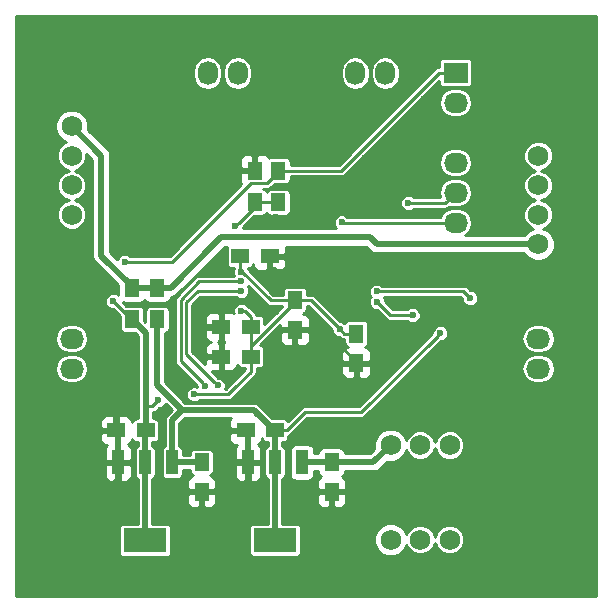
<source format=gbr>
G04 #@! TF.FileFunction,Copper,L2,Bot,Signal*
%FSLAX46Y46*%
G04 Gerber Fmt 4.6, Leading zero omitted, Abs format (unit mm)*
G04 Created by KiCad (PCBNEW 4.0.5) date Thu Feb  9 17:30:12 2017*
%MOMM*%
%LPD*%
G01*
G04 APERTURE LIST*
%ADD10C,0.100000*%
%ADD11C,0.600000*%
%ADD12C,4.064000*%
%ADD13R,1.750000X1.750000*%
%ADD14C,1.750000*%
%ADD15R,1.250000X1.500000*%
%ADD16R,1.500000X1.250000*%
%ADD17R,2.032000X1.727200*%
%ADD18O,2.032000X1.727200*%
%ADD19R,1.727200X2.032000*%
%ADD20O,1.727200X2.032000*%
%ADD21R,1.300000X1.500000*%
%ADD22R,3.657600X2.032000*%
%ADD23R,1.016000X2.032000*%
%ADD24C,0.500000*%
%ADD25C,0.250000*%
G04 APERTURE END LIST*
D10*
D11*
X155000000Y-97500000D03*
X160000000Y-92500000D03*
X152500000Y-95000000D03*
X157500000Y-95000000D03*
X155000000Y-95000000D03*
X160000000Y-97500000D03*
X160000000Y-95000000D03*
X160000000Y-100000000D03*
X167500000Y-103500000D03*
X160000000Y-105800000D03*
X167500000Y-97500000D03*
X156250000Y-114500000D03*
X162500000Y-112500000D03*
X165000000Y-112500000D03*
X165000000Y-115000000D03*
X167500000Y-115000000D03*
X167500000Y-112500000D03*
X150000000Y-120000000D03*
X152500000Y-120000000D03*
X145000000Y-117500000D03*
X150000000Y-117500000D03*
X152500000Y-117500000D03*
X155000000Y-117500000D03*
X157500000Y-117500000D03*
X160000000Y-112500000D03*
X157500000Y-112500000D03*
X162500000Y-107500000D03*
X165000000Y-110000000D03*
X167500000Y-107500000D03*
X165000000Y-107500000D03*
X158000000Y-107500000D03*
X165000000Y-117500000D03*
X160000000Y-120000000D03*
X131500000Y-101000000D03*
X131500000Y-98500000D03*
X134000000Y-101000000D03*
X134000000Y-98500000D03*
X156000000Y-106000000D03*
X151000000Y-112000000D03*
X153000000Y-101000000D03*
X140500000Y-101000000D03*
X140500000Y-98500000D03*
X157500000Y-92500000D03*
X167500000Y-132500000D03*
X165000000Y-132500000D03*
X162500000Y-132500000D03*
X160000000Y-132500000D03*
X157500000Y-132500000D03*
X155000000Y-132500000D03*
X152500000Y-132500000D03*
X150000000Y-132500000D03*
X147500000Y-132500000D03*
X145000000Y-132500000D03*
X142500000Y-132500000D03*
X140000000Y-132500000D03*
X137500000Y-132500000D03*
X135000000Y-132500000D03*
X132500000Y-132500000D03*
X167500000Y-130000000D03*
X155000000Y-130000000D03*
X152500000Y-130000000D03*
X150000000Y-130000000D03*
X142500000Y-130000000D03*
X140000000Y-130000000D03*
X132500000Y-130000000D03*
X172500000Y-127500000D03*
X170000000Y-127500000D03*
X167500000Y-127500000D03*
X155000000Y-127500000D03*
X152500000Y-127500000D03*
X150000000Y-127500000D03*
X145000000Y-127500000D03*
X142500000Y-127500000D03*
X140000000Y-127500000D03*
X137500000Y-127500000D03*
X135000000Y-127500000D03*
X132500000Y-127500000D03*
X130000000Y-127500000D03*
X127500000Y-127500000D03*
X172500000Y-125000000D03*
X170000000Y-125000000D03*
X167500000Y-125000000D03*
X155000000Y-125000000D03*
X150000000Y-125000000D03*
X145000000Y-125000000D03*
X132500000Y-125000000D03*
X130000000Y-125000000D03*
X127500000Y-125000000D03*
X172500000Y-122500000D03*
X170000000Y-122500000D03*
X167500000Y-122500000D03*
X132500000Y-122500000D03*
X130000000Y-122500000D03*
X127500000Y-122500000D03*
X172500000Y-120000000D03*
X170000000Y-120000000D03*
X167500000Y-120000000D03*
X165000000Y-120000000D03*
X157500000Y-120000000D03*
X155000000Y-120000000D03*
X132500000Y-120000000D03*
X130000000Y-120000000D03*
X127500000Y-120000000D03*
X172500000Y-117500000D03*
X170000000Y-117500000D03*
X167500000Y-117500000D03*
X135000000Y-117500000D03*
X132500000Y-117500000D03*
X130000000Y-117500000D03*
X127500000Y-117500000D03*
X172500000Y-115000000D03*
X127500000Y-115000000D03*
X172500000Y-112500000D03*
X132500000Y-112500000D03*
X127500000Y-112500000D03*
X172500000Y-110000000D03*
X167500000Y-110000000D03*
X132500000Y-110000000D03*
X130000000Y-110000000D03*
X127500000Y-110000000D03*
X172500000Y-107500000D03*
X170000000Y-107500000D03*
X150000000Y-107500000D03*
X132500000Y-107500000D03*
X130000000Y-107500000D03*
X127500000Y-107500000D03*
X172500000Y-105000000D03*
X137500000Y-105000000D03*
X127500000Y-105000000D03*
X172500000Y-102500000D03*
X147500000Y-102500000D03*
X127500000Y-102500000D03*
X172500000Y-100000000D03*
X165000000Y-100000000D03*
X157500000Y-100000000D03*
X127500000Y-100000000D03*
X172500000Y-97500000D03*
X165000000Y-97500000D03*
X127500000Y-97500000D03*
X172500000Y-95000000D03*
X167500000Y-95000000D03*
X165000000Y-95000000D03*
X150000000Y-95000000D03*
X145000000Y-95000000D03*
X142500000Y-95000000D03*
X140000000Y-95000000D03*
X137500000Y-95000000D03*
X135000000Y-95000000D03*
X132500000Y-95000000D03*
X127500000Y-95000000D03*
X172500000Y-92500000D03*
X170000000Y-92500000D03*
X167500000Y-92500000D03*
X165000000Y-92500000D03*
X152500000Y-92500000D03*
X150000000Y-92500000D03*
X147500000Y-92500000D03*
X142500000Y-92500000D03*
X140000000Y-92500000D03*
X137500000Y-92500000D03*
X135000000Y-92500000D03*
X132500000Y-92500000D03*
X130000000Y-92500000D03*
X127500000Y-92500000D03*
X167500000Y-90000000D03*
X165000000Y-90000000D03*
X160000000Y-90000000D03*
X150000000Y-90000000D03*
X147500000Y-90000000D03*
X137500000Y-90000000D03*
X135000000Y-90000000D03*
X132500000Y-90000000D03*
X167500000Y-87500000D03*
X165000000Y-87500000D03*
X162500000Y-87500000D03*
X160000000Y-87500000D03*
X157500000Y-87500000D03*
X155000000Y-87500000D03*
X152500000Y-87500000D03*
X150000000Y-87500000D03*
X147500000Y-87500000D03*
X145000000Y-87500000D03*
X142500000Y-87500000D03*
X140000000Y-87500000D03*
X137500000Y-87500000D03*
X135000000Y-87500000D03*
X132500000Y-87500000D03*
D12*
X171000000Y-89000000D03*
X129000000Y-89000000D03*
X129000000Y-131000000D03*
X171000000Y-131000000D03*
D13*
X164660000Y-121780000D03*
D14*
X162160000Y-121780000D03*
X159660000Y-121780000D03*
X157160000Y-121780000D03*
D15*
X152160000Y-123230000D03*
X152160000Y-125730000D03*
D16*
X147380000Y-120510000D03*
X144880000Y-120510000D03*
D15*
X141160000Y-123230000D03*
X141160000Y-125730000D03*
D16*
X136410000Y-120530000D03*
X133910000Y-120530000D03*
D13*
X130160000Y-104780000D03*
D14*
X130160000Y-102280000D03*
X130160000Y-99780000D03*
X130160000Y-97280000D03*
X130160000Y-94780000D03*
D17*
X130160000Y-110240000D03*
D18*
X130160000Y-112780000D03*
X130160000Y-115320000D03*
D13*
X169660000Y-94780000D03*
D14*
X169660000Y-97280000D03*
X169660000Y-99780000D03*
X169660000Y-102280000D03*
X169660000Y-104780000D03*
D17*
X169660000Y-110240000D03*
D18*
X169660000Y-112780000D03*
X169660000Y-115320000D03*
D17*
X162660000Y-90240000D03*
D18*
X162660000Y-92780000D03*
X162660000Y-95320000D03*
X162660000Y-97860000D03*
X162660000Y-100400000D03*
X162660000Y-102940000D03*
D13*
X164660000Y-129780000D03*
D14*
X162160000Y-129780000D03*
X159660000Y-129780000D03*
X157160000Y-129780000D03*
D19*
X139120000Y-90280000D03*
D20*
X141660000Y-90280000D03*
X144200000Y-90280000D03*
D19*
X151620000Y-90280000D03*
D20*
X154160000Y-90280000D03*
X156700000Y-90280000D03*
D21*
X135256106Y-111137512D03*
X135256106Y-108437512D03*
X137413572Y-111137512D03*
X137413572Y-108437512D03*
X147660000Y-98530000D03*
X147660000Y-101230000D03*
X145660000Y-101230000D03*
X145660000Y-98530000D03*
D22*
X147374000Y-129843112D03*
D23*
X147374000Y-123239112D03*
X149660000Y-123239112D03*
X145088000Y-123239112D03*
D22*
X136370000Y-129851112D03*
D23*
X136370000Y-123247112D03*
X138656000Y-123247112D03*
X134084000Y-123247112D03*
D16*
X145310000Y-111780000D03*
X142810000Y-111780000D03*
X145310000Y-114280000D03*
X142810000Y-114280000D03*
D15*
X149060000Y-109530000D03*
X149060000Y-112030000D03*
D16*
X144410000Y-105780000D03*
X146910000Y-105780000D03*
D15*
X154260000Y-112330000D03*
X154260000Y-114830000D03*
D11*
X141016678Y-111338172D03*
X152508008Y-110005888D03*
X152510000Y-112955000D03*
X147260000Y-106980000D03*
X144532240Y-110426289D03*
X140530472Y-117487168D03*
X137500000Y-118000000D03*
X144516550Y-107122754D03*
X134660000Y-106280000D03*
X133660000Y-109580000D03*
X152860000Y-111980000D03*
X161369941Y-112291929D03*
X158660000Y-101280000D03*
X163890546Y-109340150D03*
X155999998Y-108773183D03*
X159033014Y-110779825D03*
X156000000Y-109642647D03*
X153011882Y-102927110D03*
X142508134Y-116731526D03*
X144522917Y-108722755D03*
X144025010Y-103249990D03*
X141484752Y-116768740D03*
X144510686Y-107922744D03*
D24*
X152160000Y-123230000D02*
X155710000Y-123230000D01*
X152160000Y-123230000D02*
X149669112Y-123230000D01*
X149669112Y-123230000D02*
X149660000Y-123239112D01*
X149660888Y-123240000D02*
X149660000Y-123239112D01*
X155710000Y-123230000D02*
X157160000Y-121780000D01*
X142865000Y-123900000D02*
X143525888Y-123239112D01*
X142285000Y-125730000D02*
X142865000Y-125150000D01*
X141160000Y-125730000D02*
X142285000Y-125730000D01*
X142865000Y-125150000D02*
X142865000Y-123900000D01*
X143525888Y-123239112D02*
X145088000Y-123239112D01*
D25*
X141316677Y-111638171D02*
X141016678Y-111338172D01*
X141458506Y-111780000D02*
X141316677Y-111638171D01*
X142810000Y-111780000D02*
X141458506Y-111780000D01*
X149482120Y-106980000D02*
X152208009Y-109705889D01*
X147260000Y-106980000D02*
X149482120Y-106980000D01*
X152208009Y-109705889D02*
X152508008Y-110005888D01*
X163565000Y-132000000D02*
X155448086Y-132000000D01*
X155448086Y-132000000D02*
X152160000Y-128711914D01*
X164660000Y-129780000D02*
X164660000Y-130905000D01*
X164660000Y-130905000D02*
X163565000Y-132000000D01*
D24*
X141160000Y-125730000D02*
X141160000Y-127160000D01*
X141160000Y-127160000D02*
X145600000Y-131600000D01*
X152160000Y-128711914D02*
X152160000Y-126980000D01*
X145600000Y-131600000D02*
X149271914Y-131600000D01*
X149271914Y-131600000D02*
X152160000Y-128711914D01*
X152160000Y-126980000D02*
X152160000Y-125730000D01*
D25*
X139120000Y-90280000D02*
X139120000Y-92890000D01*
X139120000Y-92890000D02*
X144760000Y-98530000D01*
X144760000Y-98530000D02*
X145660000Y-98530000D01*
X151585000Y-112030000D02*
X152510000Y-112955000D01*
X152510000Y-112955000D02*
X154260000Y-114705000D01*
X149060000Y-112030000D02*
X151585000Y-112030000D01*
X154260000Y-114705000D02*
X154260000Y-114830000D01*
X142810000Y-114280000D02*
X142810000Y-111780000D01*
X146910000Y-105780000D02*
X146910000Y-106630000D01*
X146910000Y-106630000D02*
X147260000Y-106980000D01*
D24*
X134084000Y-123247112D02*
X134084000Y-124763112D01*
X134084000Y-124763112D02*
X132660000Y-126187112D01*
X132660000Y-126187112D02*
X132660000Y-130155914D01*
X132660000Y-130155914D02*
X134021199Y-131517113D01*
X134021199Y-131517113D02*
X138718801Y-131517113D01*
X138718801Y-131517113D02*
X141160000Y-129075914D01*
X141160000Y-129075914D02*
X141160000Y-126980000D01*
X141160000Y-126980000D02*
X141160000Y-125730000D01*
X134084000Y-123247112D02*
X134084000Y-120704000D01*
X134084000Y-120704000D02*
X133910000Y-120530000D01*
X145088000Y-123239112D02*
X145088000Y-120718000D01*
X145088000Y-120718000D02*
X144880000Y-120510000D01*
D25*
X145310000Y-110905000D02*
X144831289Y-110426289D01*
X144831289Y-110426289D02*
X144532240Y-110426289D01*
X145310000Y-111780000D02*
X145310000Y-110905000D01*
X162660000Y-90240000D02*
X161260000Y-90240000D01*
X161260000Y-90240000D02*
X152970000Y-98530000D01*
X152970000Y-98530000D02*
X148560000Y-98530000D01*
X148560000Y-98530000D02*
X147660000Y-98530000D01*
X140530472Y-117487168D02*
X143406836Y-117487168D01*
X145310000Y-115584004D02*
X144000000Y-116894004D01*
X143406836Y-117487168D02*
X144000000Y-116894004D01*
X145310000Y-114280000D02*
X145310000Y-115584004D01*
D24*
X136410000Y-118500000D02*
X136410000Y-115891406D01*
X136410000Y-120530000D02*
X136410000Y-118500000D01*
D25*
X136410000Y-118500000D02*
X137000000Y-118500000D01*
X137000000Y-118500000D02*
X137500000Y-118000000D01*
X135256106Y-111137512D02*
X135256106Y-111037512D01*
X144410000Y-105780000D02*
X144410000Y-107016204D01*
X144410000Y-107016204D02*
X144516550Y-107122754D01*
X147028766Y-109530000D02*
X144621520Y-107122754D01*
X149060000Y-109530000D02*
X147028766Y-109530000D01*
X144621520Y-107122754D02*
X144516550Y-107122754D01*
X134660000Y-106280000D02*
X138660000Y-106280000D01*
X138660000Y-106280000D02*
X145334999Y-99605001D01*
X145334999Y-99605001D02*
X146684999Y-99605001D01*
X146684999Y-99605001D02*
X147660000Y-98630000D01*
X147660000Y-98630000D02*
X147660000Y-98530000D01*
X135256106Y-111137512D02*
X135217512Y-111137512D01*
X135217512Y-111137512D02*
X133660000Y-109580000D01*
D24*
X136410000Y-120530000D02*
X136410000Y-112291406D01*
X136410000Y-112291406D02*
X135256106Y-111137512D01*
D25*
X153210000Y-112330000D02*
X152860000Y-111980000D01*
X154260000Y-112330000D02*
X153210000Y-112330000D01*
X150410000Y-109530000D02*
X152860000Y-111980000D01*
X149060000Y-109530000D02*
X150410000Y-109530000D01*
X149060000Y-109530000D02*
X149060000Y-109655000D01*
X149060000Y-109655000D02*
X145310000Y-113405000D01*
X145310000Y-113405000D02*
X145310000Y-114280000D01*
X145310000Y-113405000D02*
X147860000Y-110855000D01*
X145310000Y-114280000D02*
X145310000Y-111780000D01*
D24*
X136535000Y-120530000D02*
X136410000Y-120530000D01*
X136370000Y-123247112D02*
X136370000Y-129851112D01*
X136370000Y-123247112D02*
X136370000Y-120570000D01*
X136370000Y-120570000D02*
X136410000Y-120530000D01*
X154300000Y-104200000D02*
X142801084Y-104200000D01*
X155000000Y-104200000D02*
X154300000Y-104200000D01*
X169660000Y-104780000D02*
X156000000Y-104780000D01*
X154300000Y-104200000D02*
X155420000Y-104200000D01*
X155420000Y-104200000D02*
X156000000Y-104780000D01*
X138563572Y-108437512D02*
X142301084Y-104700000D01*
X142801084Y-104200000D02*
X142301084Y-104700000D01*
X142301084Y-104700000D02*
X142496085Y-104504999D01*
X137413572Y-108437512D02*
X138563572Y-108437512D01*
X132660000Y-97280000D02*
X132660000Y-104380000D01*
X132660000Y-104380000D02*
X132660000Y-105280000D01*
X135256106Y-108437512D02*
X135256106Y-108337512D01*
X135256106Y-108337512D02*
X132660000Y-105741406D01*
X132660000Y-105741406D02*
X132660000Y-104380000D01*
X135256106Y-108437512D02*
X137413572Y-108437512D01*
X130160000Y-94780000D02*
X132660000Y-97280000D01*
D25*
X161069942Y-112591928D02*
X161369941Y-112291929D01*
X149890000Y-119000000D02*
X154661870Y-119000000D01*
X148380000Y-120510000D02*
X149890000Y-119000000D01*
X147380000Y-120510000D02*
X148380000Y-120510000D01*
X154661870Y-119000000D02*
X161069942Y-112591928D01*
D24*
X139509799Y-118822201D02*
X145567201Y-118822201D01*
X145567201Y-118822201D02*
X147255000Y-120510000D01*
X147255000Y-120510000D02*
X147380000Y-120510000D01*
X145648996Y-118903996D02*
X146525000Y-119780000D01*
X147374000Y-129843112D02*
X147374000Y-123239112D01*
X137413572Y-111137512D02*
X137413572Y-116725974D01*
X137413572Y-116725974D02*
X139509799Y-118822201D01*
X139509799Y-118822201D02*
X138656000Y-119676000D01*
X138656000Y-119676000D02*
X138656000Y-123247112D01*
X147255000Y-120510000D02*
X146525000Y-119780000D01*
X146525000Y-119780000D02*
X145800010Y-119055010D01*
X141160000Y-123230000D02*
X138673112Y-123230000D01*
X138673112Y-123230000D02*
X138656000Y-123247112D01*
X138688888Y-123280000D02*
X138656000Y-123247112D01*
X147374000Y-123239112D02*
X147374000Y-124755112D01*
X147374000Y-123239112D02*
X147374000Y-120516000D01*
D25*
X158660000Y-101280000D02*
X161780000Y-101280000D01*
X161780000Y-101280000D02*
X162660000Y-100400000D01*
X163590547Y-109040151D02*
X163890546Y-109340150D01*
X163323579Y-108773183D02*
X163590547Y-109040151D01*
X155999998Y-108773183D02*
X163323579Y-108773183D01*
X156000000Y-109642647D02*
X157137178Y-110779825D01*
X157137178Y-110779825D02*
X158608750Y-110779825D01*
X158608750Y-110779825D02*
X159033014Y-110779825D01*
X153024772Y-102940000D02*
X153011882Y-102927110D01*
X162660000Y-102940000D02*
X153024772Y-102940000D01*
X169660000Y-112780000D02*
X169507600Y-112780000D01*
X139860000Y-114083392D02*
X142208135Y-116431527D01*
X144522917Y-108722755D02*
X140817245Y-108722755D01*
X140817245Y-108722755D02*
X139860000Y-109680000D01*
X142208135Y-116431527D02*
X142508134Y-116731526D01*
X139860000Y-109680000D02*
X139860000Y-114083392D01*
X145660000Y-101350446D02*
X145660000Y-101615000D01*
X144325009Y-102949991D02*
X144025010Y-103249990D01*
X145660000Y-101615000D02*
X144325009Y-102949991D01*
X145660000Y-101230000D02*
X147660000Y-101230000D01*
X141184753Y-116468741D02*
X141484752Y-116768740D01*
X139409989Y-109493600D02*
X139409989Y-114693977D01*
X140980845Y-107922744D02*
X139409989Y-109493600D01*
X139409989Y-114693977D02*
X141184753Y-116468741D01*
X144510686Y-107922744D02*
X140980845Y-107922744D01*
G36*
X174550000Y-134550000D02*
X125450000Y-134550000D01*
X125450000Y-123534362D01*
X132943000Y-123534362D01*
X132943000Y-124389024D01*
X133039369Y-124621678D01*
X133217435Y-124799744D01*
X133450089Y-124896112D01*
X133796750Y-124896112D01*
X133955000Y-124737862D01*
X133955000Y-123376112D01*
X134213000Y-123376112D01*
X134213000Y-124737862D01*
X134371250Y-124896112D01*
X134717911Y-124896112D01*
X134950565Y-124799744D01*
X135128631Y-124621678D01*
X135225000Y-124389024D01*
X135225000Y-123534362D01*
X135066750Y-123376112D01*
X134213000Y-123376112D01*
X133955000Y-123376112D01*
X133101250Y-123376112D01*
X132943000Y-123534362D01*
X125450000Y-123534362D01*
X125450000Y-119779088D01*
X132527000Y-119779088D01*
X132527000Y-120242750D01*
X132685250Y-120401000D01*
X133781000Y-120401000D01*
X133781000Y-119430250D01*
X133622750Y-119272000D01*
X133034089Y-119272000D01*
X132801435Y-119368368D01*
X132623369Y-119546434D01*
X132527000Y-119779088D01*
X125450000Y-119779088D01*
X125450000Y-115320000D01*
X128741749Y-115320000D01*
X128836032Y-115793992D01*
X129104527Y-116195822D01*
X129506357Y-116464317D01*
X129980349Y-116558600D01*
X130339651Y-116558600D01*
X130813643Y-116464317D01*
X131215473Y-116195822D01*
X131483968Y-115793992D01*
X131578251Y-115320000D01*
X131483968Y-114846008D01*
X131215473Y-114444178D01*
X130813643Y-114175683D01*
X130339651Y-114081400D01*
X129980349Y-114081400D01*
X129506357Y-114175683D01*
X129104527Y-114444178D01*
X128836032Y-114846008D01*
X128741749Y-115320000D01*
X125450000Y-115320000D01*
X125450000Y-112780000D01*
X128741749Y-112780000D01*
X128836032Y-113253992D01*
X129104527Y-113655822D01*
X129506357Y-113924317D01*
X129980349Y-114018600D01*
X130339651Y-114018600D01*
X130813643Y-113924317D01*
X131215473Y-113655822D01*
X131483968Y-113253992D01*
X131578251Y-112780000D01*
X131483968Y-112306008D01*
X131215473Y-111904178D01*
X130813643Y-111635683D01*
X130339651Y-111541400D01*
X129980349Y-111541400D01*
X129506357Y-111635683D01*
X129104527Y-111904178D01*
X128836032Y-112306008D01*
X128741749Y-112780000D01*
X125450000Y-112780000D01*
X125450000Y-95057256D01*
X128759757Y-95057256D01*
X128972445Y-95572000D01*
X129365928Y-95966170D01*
X129715302Y-96111243D01*
X129452857Y-96219684D01*
X129100919Y-96571007D01*
X128910217Y-97030269D01*
X128909783Y-97527550D01*
X129099684Y-97987143D01*
X129451007Y-98339081D01*
X129910269Y-98529783D01*
X129912445Y-98529785D01*
X129452857Y-98719684D01*
X129100919Y-99071007D01*
X128910217Y-99530269D01*
X128909783Y-100027550D01*
X129099684Y-100487143D01*
X129451007Y-100839081D01*
X129910269Y-101029783D01*
X129912445Y-101029785D01*
X129452857Y-101219684D01*
X129100919Y-101571007D01*
X128910217Y-102030269D01*
X128909783Y-102527550D01*
X129099684Y-102987143D01*
X129451007Y-103339081D01*
X129910269Y-103529783D01*
X130407550Y-103530217D01*
X130867143Y-103340316D01*
X131219081Y-102988993D01*
X131409783Y-102529731D01*
X131410217Y-102032450D01*
X131220316Y-101572857D01*
X130868993Y-101220919D01*
X130409731Y-101030217D01*
X130407555Y-101030215D01*
X130867143Y-100840316D01*
X131219081Y-100488993D01*
X131409783Y-100029731D01*
X131410217Y-99532450D01*
X131220316Y-99072857D01*
X130868993Y-98720919D01*
X130409731Y-98530217D01*
X130407555Y-98530215D01*
X130867143Y-98340316D01*
X131219081Y-97988993D01*
X131409783Y-97529731D01*
X131410135Y-97126151D01*
X131885000Y-97601016D01*
X131885000Y-105741406D01*
X131943993Y-106037986D01*
X132111992Y-106289414D01*
X134070821Y-108248243D01*
X134070821Y-109036111D01*
X134042856Y-109008097D01*
X133794855Y-108905117D01*
X133526323Y-108904883D01*
X133278143Y-109007429D01*
X133088097Y-109197144D01*
X132985117Y-109445145D01*
X132984883Y-109713677D01*
X133087429Y-109961857D01*
X133277144Y-110151903D01*
X133525145Y-110254883D01*
X133627866Y-110254973D01*
X134223760Y-110850867D01*
X134223760Y-111887512D01*
X134249908Y-112026478D01*
X134332037Y-112154111D01*
X134457352Y-112239735D01*
X134606106Y-112269858D01*
X135504569Y-112269858D01*
X135785000Y-112550289D01*
X135785000Y-119522654D01*
X135660000Y-119522654D01*
X135521034Y-119548802D01*
X135393401Y-119630931D01*
X135307777Y-119756246D01*
X135293000Y-119829218D01*
X135293000Y-119779088D01*
X135196631Y-119546434D01*
X135018565Y-119368368D01*
X134785911Y-119272000D01*
X134197250Y-119272000D01*
X134039000Y-119430250D01*
X134039000Y-120401000D01*
X134059000Y-120401000D01*
X134059000Y-120659000D01*
X134039000Y-120659000D01*
X134039000Y-120679000D01*
X133781000Y-120679000D01*
X133781000Y-120659000D01*
X132685250Y-120659000D01*
X132527000Y-120817250D01*
X132527000Y-121280912D01*
X132623369Y-121513566D01*
X132801435Y-121691632D01*
X133034089Y-121788000D01*
X133123915Y-121788000D01*
X133039369Y-121872546D01*
X132943000Y-122105200D01*
X132943000Y-122959862D01*
X133101250Y-123118112D01*
X133955000Y-123118112D01*
X133955000Y-123098112D01*
X134213000Y-123098112D01*
X134213000Y-123118112D01*
X135066750Y-123118112D01*
X135225000Y-122959862D01*
X135225000Y-122105200D01*
X135128631Y-121872546D01*
X134968468Y-121712383D01*
X135018565Y-121691632D01*
X135196631Y-121513566D01*
X135293000Y-121280912D01*
X135293000Y-121236558D01*
X135303802Y-121293966D01*
X135385931Y-121421599D01*
X135511246Y-121507223D01*
X135660000Y-121537346D01*
X135745000Y-121537346D01*
X135745000Y-121870781D01*
X135723034Y-121874914D01*
X135595401Y-121957043D01*
X135509777Y-122082358D01*
X135479654Y-122231112D01*
X135479654Y-124263112D01*
X135505802Y-124402078D01*
X135587931Y-124529711D01*
X135713246Y-124615335D01*
X135745000Y-124621765D01*
X135745000Y-128452766D01*
X134541200Y-128452766D01*
X134402234Y-128478914D01*
X134274601Y-128561043D01*
X134188977Y-128686358D01*
X134158854Y-128835112D01*
X134158854Y-130867112D01*
X134185002Y-131006078D01*
X134267131Y-131133711D01*
X134392446Y-131219335D01*
X134541200Y-131249458D01*
X138198800Y-131249458D01*
X138337766Y-131223310D01*
X138465399Y-131141181D01*
X138551023Y-131015866D01*
X138581146Y-130867112D01*
X138581146Y-128835112D01*
X138554998Y-128696146D01*
X138472869Y-128568513D01*
X138347554Y-128482889D01*
X138198800Y-128452766D01*
X136995000Y-128452766D01*
X136995000Y-126017250D01*
X139902000Y-126017250D01*
X139902000Y-126605911D01*
X139998368Y-126838565D01*
X140176434Y-127016631D01*
X140409088Y-127113000D01*
X140872750Y-127113000D01*
X141031000Y-126954750D01*
X141031000Y-125859000D01*
X141289000Y-125859000D01*
X141289000Y-126954750D01*
X141447250Y-127113000D01*
X141910912Y-127113000D01*
X142143566Y-127016631D01*
X142321632Y-126838565D01*
X142418000Y-126605911D01*
X142418000Y-126017250D01*
X142259750Y-125859000D01*
X141289000Y-125859000D01*
X141031000Y-125859000D01*
X140060250Y-125859000D01*
X139902000Y-126017250D01*
X136995000Y-126017250D01*
X136995000Y-124623443D01*
X137016966Y-124619310D01*
X137144599Y-124537181D01*
X137230223Y-124411866D01*
X137260346Y-124263112D01*
X137260346Y-122231112D01*
X137234198Y-122092146D01*
X137152069Y-121964513D01*
X137026754Y-121878889D01*
X136995000Y-121872459D01*
X136995000Y-121537346D01*
X137160000Y-121537346D01*
X137298966Y-121511198D01*
X137426599Y-121429069D01*
X137512223Y-121303754D01*
X137542346Y-121155000D01*
X137542346Y-119905000D01*
X137516198Y-119766034D01*
X137434069Y-119638401D01*
X137308754Y-119552777D01*
X137160000Y-119522654D01*
X137035000Y-119522654D01*
X137035000Y-118993038D01*
X137191342Y-118961940D01*
X137353553Y-118853553D01*
X137532078Y-118675028D01*
X137633677Y-118675117D01*
X137881857Y-118572571D01*
X138071903Y-118382856D01*
X138105547Y-118301833D01*
X138625915Y-118822201D01*
X138214058Y-119234058D01*
X138078575Y-119436823D01*
X138031000Y-119676000D01*
X138031000Y-121870781D01*
X138009034Y-121874914D01*
X137881401Y-121957043D01*
X137795777Y-122082358D01*
X137765654Y-122231112D01*
X137765654Y-124263112D01*
X137791802Y-124402078D01*
X137873931Y-124529711D01*
X137999246Y-124615335D01*
X138148000Y-124645458D01*
X139164000Y-124645458D01*
X139302966Y-124619310D01*
X139430599Y-124537181D01*
X139516223Y-124411866D01*
X139546346Y-124263112D01*
X139546346Y-123855000D01*
X140152654Y-123855000D01*
X140152654Y-123980000D01*
X140178802Y-124118966D01*
X140260931Y-124246599D01*
X140386246Y-124332223D01*
X140459218Y-124347000D01*
X140409088Y-124347000D01*
X140176434Y-124443369D01*
X139998368Y-124621435D01*
X139902000Y-124854089D01*
X139902000Y-125442750D01*
X140060250Y-125601000D01*
X141031000Y-125601000D01*
X141031000Y-125581000D01*
X141289000Y-125581000D01*
X141289000Y-125601000D01*
X142259750Y-125601000D01*
X142418000Y-125442750D01*
X142418000Y-124854089D01*
X142321632Y-124621435D01*
X142143566Y-124443369D01*
X141910912Y-124347000D01*
X141866558Y-124347000D01*
X141923966Y-124336198D01*
X142051599Y-124254069D01*
X142137223Y-124128754D01*
X142167346Y-123980000D01*
X142167346Y-123526362D01*
X143947000Y-123526362D01*
X143947000Y-124381024D01*
X144043369Y-124613678D01*
X144221435Y-124791744D01*
X144454089Y-124888112D01*
X144800750Y-124888112D01*
X144959000Y-124729862D01*
X144959000Y-123368112D01*
X145217000Y-123368112D01*
X145217000Y-124729862D01*
X145375250Y-124888112D01*
X145721911Y-124888112D01*
X145954565Y-124791744D01*
X146132631Y-124613678D01*
X146229000Y-124381024D01*
X146229000Y-123526362D01*
X146070750Y-123368112D01*
X145217000Y-123368112D01*
X144959000Y-123368112D01*
X144105250Y-123368112D01*
X143947000Y-123526362D01*
X142167346Y-123526362D01*
X142167346Y-122480000D01*
X142141198Y-122341034D01*
X142059069Y-122213401D01*
X141933754Y-122127777D01*
X141785000Y-122097654D01*
X140535000Y-122097654D01*
X140396034Y-122123802D01*
X140268401Y-122205931D01*
X140182777Y-122331246D01*
X140152654Y-122480000D01*
X140152654Y-122605000D01*
X139546346Y-122605000D01*
X139546346Y-122231112D01*
X139520198Y-122092146D01*
X139438069Y-121964513D01*
X139312754Y-121878889D01*
X139281000Y-121872459D01*
X139281000Y-119934884D01*
X139768683Y-119447201D01*
X143672602Y-119447201D01*
X143593369Y-119526434D01*
X143497000Y-119759088D01*
X143497000Y-120222750D01*
X143655250Y-120381000D01*
X144751000Y-120381000D01*
X144751000Y-120361000D01*
X145009000Y-120361000D01*
X145009000Y-120381000D01*
X145029000Y-120381000D01*
X145029000Y-120639000D01*
X145009000Y-120639000D01*
X145009000Y-120659000D01*
X144751000Y-120659000D01*
X144751000Y-120639000D01*
X143655250Y-120639000D01*
X143497000Y-120797250D01*
X143497000Y-121260912D01*
X143593369Y-121493566D01*
X143771435Y-121671632D01*
X144004089Y-121768000D01*
X144139915Y-121768000D01*
X144043369Y-121864546D01*
X143947000Y-122097200D01*
X143947000Y-122951862D01*
X144105250Y-123110112D01*
X144959000Y-123110112D01*
X144959000Y-123090112D01*
X145217000Y-123090112D01*
X145217000Y-123110112D01*
X146070750Y-123110112D01*
X146229000Y-122951862D01*
X146229000Y-122097200D01*
X146132631Y-121864546D01*
X145954565Y-121686480D01*
X145953642Y-121686098D01*
X145988565Y-121671632D01*
X146166631Y-121493566D01*
X146263000Y-121260912D01*
X146263000Y-121216558D01*
X146273802Y-121273966D01*
X146355931Y-121401599D01*
X146481246Y-121487223D01*
X146630000Y-121517346D01*
X146749000Y-121517346D01*
X146749000Y-121862781D01*
X146727034Y-121866914D01*
X146599401Y-121949043D01*
X146513777Y-122074358D01*
X146483654Y-122223112D01*
X146483654Y-124255112D01*
X146509802Y-124394078D01*
X146591931Y-124521711D01*
X146717246Y-124607335D01*
X146749000Y-124613765D01*
X146749000Y-128444766D01*
X145545200Y-128444766D01*
X145406234Y-128470914D01*
X145278601Y-128553043D01*
X145192977Y-128678358D01*
X145162854Y-128827112D01*
X145162854Y-130859112D01*
X145189002Y-130998078D01*
X145271131Y-131125711D01*
X145396446Y-131211335D01*
X145545200Y-131241458D01*
X149202800Y-131241458D01*
X149341766Y-131215310D01*
X149469399Y-131133181D01*
X149555023Y-131007866D01*
X149585146Y-130859112D01*
X149585146Y-130057256D01*
X155759757Y-130057256D01*
X155972445Y-130572000D01*
X156365928Y-130966170D01*
X156880301Y-131179757D01*
X157437256Y-131180243D01*
X157952000Y-130967555D01*
X158346170Y-130574072D01*
X158491243Y-130224698D01*
X158599684Y-130487143D01*
X158951007Y-130839081D01*
X159410269Y-131029783D01*
X159907550Y-131030217D01*
X160367143Y-130840316D01*
X160719081Y-130488993D01*
X160909783Y-130029731D01*
X160909785Y-130027555D01*
X161099684Y-130487143D01*
X161451007Y-130839081D01*
X161910269Y-131029783D01*
X162407550Y-131030217D01*
X162867143Y-130840316D01*
X163219081Y-130488993D01*
X163409783Y-130029731D01*
X163410217Y-129532450D01*
X163220316Y-129072857D01*
X162868993Y-128720919D01*
X162409731Y-128530217D01*
X161912450Y-128529783D01*
X161452857Y-128719684D01*
X161100919Y-129071007D01*
X160910217Y-129530269D01*
X160910215Y-129532445D01*
X160720316Y-129072857D01*
X160368993Y-128720919D01*
X159909731Y-128530217D01*
X159412450Y-128529783D01*
X158952857Y-128719684D01*
X158600919Y-129071007D01*
X158491116Y-129335443D01*
X158347555Y-128988000D01*
X157954072Y-128593830D01*
X157439699Y-128380243D01*
X156882744Y-128379757D01*
X156368000Y-128592445D01*
X155973830Y-128985928D01*
X155760243Y-129500301D01*
X155759757Y-130057256D01*
X149585146Y-130057256D01*
X149585146Y-128827112D01*
X149558998Y-128688146D01*
X149476869Y-128560513D01*
X149351554Y-128474889D01*
X149202800Y-128444766D01*
X147999000Y-128444766D01*
X147999000Y-126017250D01*
X150902000Y-126017250D01*
X150902000Y-126605911D01*
X150998368Y-126838565D01*
X151176434Y-127016631D01*
X151409088Y-127113000D01*
X151872750Y-127113000D01*
X152031000Y-126954750D01*
X152031000Y-125859000D01*
X152289000Y-125859000D01*
X152289000Y-126954750D01*
X152447250Y-127113000D01*
X152910912Y-127113000D01*
X153143566Y-127016631D01*
X153321632Y-126838565D01*
X153418000Y-126605911D01*
X153418000Y-126017250D01*
X153259750Y-125859000D01*
X152289000Y-125859000D01*
X152031000Y-125859000D01*
X151060250Y-125859000D01*
X150902000Y-126017250D01*
X147999000Y-126017250D01*
X147999000Y-124615443D01*
X148020966Y-124611310D01*
X148148599Y-124529181D01*
X148234223Y-124403866D01*
X148264346Y-124255112D01*
X148264346Y-122223112D01*
X148616715Y-122223112D01*
X148616715Y-124255112D01*
X148653323Y-124449665D01*
X148768304Y-124628351D01*
X148943744Y-124748224D01*
X149152000Y-124790397D01*
X150168000Y-124790397D01*
X150362553Y-124753789D01*
X150541239Y-124638808D01*
X150661112Y-124463368D01*
X150703285Y-124255112D01*
X150703285Y-124005000D01*
X151004419Y-124005000D01*
X151036323Y-124174553D01*
X151151304Y-124353239D01*
X151242913Y-124415832D01*
X151176434Y-124443369D01*
X150998368Y-124621435D01*
X150902000Y-124854089D01*
X150902000Y-125442750D01*
X151060250Y-125601000D01*
X152031000Y-125601000D01*
X152031000Y-125581000D01*
X152289000Y-125581000D01*
X152289000Y-125601000D01*
X153259750Y-125601000D01*
X153418000Y-125442750D01*
X153418000Y-124854089D01*
X153321632Y-124621435D01*
X153143566Y-124443369D01*
X153077166Y-124415865D01*
X153158239Y-124363696D01*
X153278112Y-124188256D01*
X153315222Y-124005000D01*
X155710000Y-124005000D01*
X156006580Y-123946007D01*
X156258008Y-123778008D01*
X156863313Y-123172703D01*
X156880301Y-123179757D01*
X157437256Y-123180243D01*
X157952000Y-122967555D01*
X158346170Y-122574072D01*
X158491243Y-122224698D01*
X158599684Y-122487143D01*
X158951007Y-122839081D01*
X159410269Y-123029783D01*
X159907550Y-123030217D01*
X160367143Y-122840316D01*
X160719081Y-122488993D01*
X160909783Y-122029731D01*
X160909785Y-122027555D01*
X161099684Y-122487143D01*
X161451007Y-122839081D01*
X161910269Y-123029783D01*
X162407550Y-123030217D01*
X162867143Y-122840316D01*
X163219081Y-122488993D01*
X163409783Y-122029731D01*
X163410217Y-121532450D01*
X163220316Y-121072857D01*
X162868993Y-120720919D01*
X162409731Y-120530217D01*
X161912450Y-120529783D01*
X161452857Y-120719684D01*
X161100919Y-121071007D01*
X160910217Y-121530269D01*
X160910215Y-121532445D01*
X160720316Y-121072857D01*
X160368993Y-120720919D01*
X159909731Y-120530217D01*
X159412450Y-120529783D01*
X158952857Y-120719684D01*
X158600919Y-121071007D01*
X158491116Y-121335443D01*
X158347555Y-120988000D01*
X157954072Y-120593830D01*
X157439699Y-120380243D01*
X156882744Y-120379757D01*
X156368000Y-120592445D01*
X155973830Y-120985928D01*
X155760243Y-121500301D01*
X155759757Y-122057256D01*
X155767643Y-122076341D01*
X155388984Y-122455000D01*
X153315581Y-122455000D01*
X153283677Y-122285447D01*
X153168696Y-122106761D01*
X152993256Y-121986888D01*
X152785000Y-121944715D01*
X151535000Y-121944715D01*
X151340447Y-121981323D01*
X151161761Y-122096304D01*
X151041888Y-122271744D01*
X151004778Y-122455000D01*
X150703285Y-122455000D01*
X150703285Y-122223112D01*
X150666677Y-122028559D01*
X150551696Y-121849873D01*
X150376256Y-121730000D01*
X150168000Y-121687827D01*
X149152000Y-121687827D01*
X148957447Y-121724435D01*
X148778761Y-121839416D01*
X148658888Y-122014856D01*
X148616715Y-122223112D01*
X148264346Y-122223112D01*
X148238198Y-122084146D01*
X148156069Y-121956513D01*
X148030754Y-121870889D01*
X147999000Y-121864459D01*
X147999000Y-121517346D01*
X148130000Y-121517346D01*
X148268966Y-121491198D01*
X148396599Y-121409069D01*
X148482223Y-121283754D01*
X148512346Y-121135000D01*
X148512346Y-120983675D01*
X148571342Y-120971940D01*
X148733553Y-120863553D01*
X150097107Y-119500000D01*
X154661870Y-119500000D01*
X154853212Y-119461940D01*
X155015423Y-119353553D01*
X159048976Y-115320000D01*
X168241749Y-115320000D01*
X168336032Y-115793992D01*
X168604527Y-116195822D01*
X169006357Y-116464317D01*
X169480349Y-116558600D01*
X169839651Y-116558600D01*
X170313643Y-116464317D01*
X170715473Y-116195822D01*
X170983968Y-115793992D01*
X171078251Y-115320000D01*
X170983968Y-114846008D01*
X170715473Y-114444178D01*
X170313643Y-114175683D01*
X169839651Y-114081400D01*
X169480349Y-114081400D01*
X169006357Y-114175683D01*
X168604527Y-114444178D01*
X168336032Y-114846008D01*
X168241749Y-115320000D01*
X159048976Y-115320000D01*
X161402020Y-112966957D01*
X161503618Y-112967046D01*
X161751798Y-112864500D01*
X161836445Y-112780000D01*
X168241749Y-112780000D01*
X168336032Y-113253992D01*
X168604527Y-113655822D01*
X169006357Y-113924317D01*
X169480349Y-114018600D01*
X169839651Y-114018600D01*
X170313643Y-113924317D01*
X170715473Y-113655822D01*
X170983968Y-113253992D01*
X171078251Y-112780000D01*
X170983968Y-112306008D01*
X170715473Y-111904178D01*
X170313643Y-111635683D01*
X169839651Y-111541400D01*
X169480349Y-111541400D01*
X169006357Y-111635683D01*
X168604527Y-111904178D01*
X168336032Y-112306008D01*
X168241749Y-112780000D01*
X161836445Y-112780000D01*
X161941844Y-112674785D01*
X162044824Y-112426784D01*
X162045058Y-112158252D01*
X161942512Y-111910072D01*
X161752797Y-111720026D01*
X161504796Y-111617046D01*
X161236264Y-111616812D01*
X160988084Y-111719358D01*
X160798038Y-111909073D01*
X160695058Y-112157074D01*
X160694968Y-112259795D01*
X154454764Y-118500000D01*
X149890000Y-118500000D01*
X149698658Y-118538060D01*
X149536446Y-118646447D01*
X148466880Y-119716013D01*
X148404069Y-119618401D01*
X148278754Y-119532777D01*
X148130000Y-119502654D01*
X147131538Y-119502654D01*
X146009143Y-118380259D01*
X145806378Y-118244776D01*
X145567201Y-118197201D01*
X139768682Y-118197201D01*
X138038572Y-116467090D01*
X138038572Y-112269858D01*
X138063572Y-112269858D01*
X138202538Y-112243710D01*
X138330171Y-112161581D01*
X138415795Y-112036266D01*
X138445918Y-111887512D01*
X138445918Y-110387512D01*
X138419770Y-110248546D01*
X138337641Y-110120913D01*
X138212326Y-110035289D01*
X138063572Y-110005166D01*
X136763572Y-110005166D01*
X136624606Y-110031314D01*
X136496973Y-110113443D01*
X136411349Y-110238758D01*
X136381226Y-110387512D01*
X136381226Y-111378749D01*
X136288452Y-111285975D01*
X136288452Y-110387512D01*
X136262304Y-110248546D01*
X136180175Y-110120913D01*
X136054860Y-110035289D01*
X135906106Y-110005166D01*
X134792272Y-110005166D01*
X134485475Y-109698369D01*
X134606106Y-109722797D01*
X135906106Y-109722797D01*
X136100659Y-109686189D01*
X136279345Y-109571208D01*
X136334583Y-109490364D01*
X136379876Y-109560751D01*
X136555316Y-109680624D01*
X136763572Y-109722797D01*
X138063572Y-109722797D01*
X138258125Y-109686189D01*
X138436811Y-109571208D01*
X138556684Y-109395768D01*
X138595063Y-109206248D01*
X138860152Y-109153519D01*
X139111580Y-108985520D01*
X143122100Y-104975000D01*
X143329126Y-104975000D01*
X143307777Y-105006246D01*
X143277654Y-105155000D01*
X143277654Y-106405000D01*
X143303802Y-106543966D01*
X143385931Y-106671599D01*
X143511246Y-106757223D01*
X143660000Y-106787346D01*
X143910000Y-106787346D01*
X143910000Y-106823336D01*
X143841667Y-106987899D01*
X143841433Y-107256431D01*
X143910152Y-107422744D01*
X140980845Y-107422744D01*
X140789503Y-107460804D01*
X140627292Y-107569191D01*
X139056436Y-109140047D01*
X138948049Y-109302258D01*
X138909989Y-109493600D01*
X138909989Y-114693977D01*
X138927100Y-114780000D01*
X138948049Y-114885319D01*
X139056436Y-115047530D01*
X140809724Y-116800819D01*
X140809661Y-116872218D01*
X140665327Y-116812285D01*
X140396795Y-116812051D01*
X140148615Y-116914597D01*
X139958569Y-117104312D01*
X139855589Y-117352313D01*
X139855355Y-117620845D01*
X139957901Y-117869025D01*
X140147616Y-118059071D01*
X140395617Y-118162051D01*
X140664149Y-118162285D01*
X140912329Y-118059739D01*
X140985027Y-117987168D01*
X143406836Y-117987168D01*
X143598178Y-117949108D01*
X143760389Y-117840721D01*
X144353554Y-117247557D01*
X144353556Y-117247554D01*
X145663554Y-115937557D01*
X145771940Y-115775346D01*
X145810000Y-115584004D01*
X145810000Y-115287346D01*
X146060000Y-115287346D01*
X146198966Y-115261198D01*
X146326599Y-115179069D01*
X146368838Y-115117250D01*
X153002000Y-115117250D01*
X153002000Y-115705911D01*
X153098368Y-115938565D01*
X153276434Y-116116631D01*
X153509088Y-116213000D01*
X153972750Y-116213000D01*
X154131000Y-116054750D01*
X154131000Y-114959000D01*
X154389000Y-114959000D01*
X154389000Y-116054750D01*
X154547250Y-116213000D01*
X155010912Y-116213000D01*
X155243566Y-116116631D01*
X155421632Y-115938565D01*
X155518000Y-115705911D01*
X155518000Y-115117250D01*
X155359750Y-114959000D01*
X154389000Y-114959000D01*
X154131000Y-114959000D01*
X153160250Y-114959000D01*
X153002000Y-115117250D01*
X146368838Y-115117250D01*
X146412223Y-115053754D01*
X146442346Y-114905000D01*
X146442346Y-113655000D01*
X146416198Y-113516034D01*
X146334069Y-113388401D01*
X146208754Y-113302777D01*
X146134388Y-113287718D01*
X147104856Y-112317250D01*
X147802000Y-112317250D01*
X147802000Y-112905911D01*
X147898368Y-113138565D01*
X148076434Y-113316631D01*
X148309088Y-113413000D01*
X148772750Y-113413000D01*
X148931000Y-113254750D01*
X148931000Y-112159000D01*
X149189000Y-112159000D01*
X149189000Y-113254750D01*
X149347250Y-113413000D01*
X149810912Y-113413000D01*
X150043566Y-113316631D01*
X150221632Y-113138565D01*
X150318000Y-112905911D01*
X150318000Y-112317250D01*
X150159750Y-112159000D01*
X149189000Y-112159000D01*
X148931000Y-112159000D01*
X147960250Y-112159000D01*
X147802000Y-112317250D01*
X147104856Y-112317250D01*
X147802000Y-111620107D01*
X147802000Y-111742750D01*
X147960250Y-111901000D01*
X148931000Y-111901000D01*
X148931000Y-111881000D01*
X149189000Y-111881000D01*
X149189000Y-111901000D01*
X150159750Y-111901000D01*
X150318000Y-111742750D01*
X150318000Y-111154089D01*
X150221632Y-110921435D01*
X150043566Y-110743369D01*
X149810912Y-110647000D01*
X149766558Y-110647000D01*
X149823966Y-110636198D01*
X149951599Y-110554069D01*
X150037223Y-110428754D01*
X150067346Y-110280000D01*
X150067346Y-110030000D01*
X150202894Y-110030000D01*
X152184972Y-112012078D01*
X152184883Y-112113677D01*
X152287429Y-112361857D01*
X152477144Y-112551903D01*
X152725145Y-112654883D01*
X152827866Y-112654973D01*
X152856447Y-112683554D01*
X153018658Y-112791940D01*
X153210000Y-112830000D01*
X153252654Y-112830000D01*
X153252654Y-113080000D01*
X153278802Y-113218966D01*
X153360931Y-113346599D01*
X153486246Y-113432223D01*
X153559218Y-113447000D01*
X153509088Y-113447000D01*
X153276434Y-113543369D01*
X153098368Y-113721435D01*
X153002000Y-113954089D01*
X153002000Y-114542750D01*
X153160250Y-114701000D01*
X154131000Y-114701000D01*
X154131000Y-114681000D01*
X154389000Y-114681000D01*
X154389000Y-114701000D01*
X155359750Y-114701000D01*
X155518000Y-114542750D01*
X155518000Y-113954089D01*
X155421632Y-113721435D01*
X155243566Y-113543369D01*
X155010912Y-113447000D01*
X154966558Y-113447000D01*
X155023966Y-113436198D01*
X155151599Y-113354069D01*
X155237223Y-113228754D01*
X155267346Y-113080000D01*
X155267346Y-111580000D01*
X155241198Y-111441034D01*
X155159069Y-111313401D01*
X155033754Y-111227777D01*
X154885000Y-111197654D01*
X153635000Y-111197654D01*
X153496034Y-111223802D01*
X153368401Y-111305931D01*
X153282777Y-111431246D01*
X153279942Y-111445247D01*
X153242856Y-111408097D01*
X152994855Y-111305117D01*
X152892134Y-111305027D01*
X150763553Y-109176447D01*
X150601342Y-109068060D01*
X150410000Y-109030000D01*
X150067346Y-109030000D01*
X150067346Y-108906860D01*
X155324881Y-108906860D01*
X155427427Y-109155040D01*
X155480137Y-109207842D01*
X155428097Y-109259791D01*
X155325117Y-109507792D01*
X155324883Y-109776324D01*
X155427429Y-110024504D01*
X155617144Y-110214550D01*
X155865145Y-110317530D01*
X155967866Y-110317620D01*
X156783625Y-111133379D01*
X156879820Y-111197654D01*
X156945836Y-111241765D01*
X157137178Y-111279825D01*
X158578380Y-111279825D01*
X158650158Y-111351728D01*
X158898159Y-111454708D01*
X159166691Y-111454942D01*
X159414871Y-111352396D01*
X159604917Y-111162681D01*
X159707897Y-110914680D01*
X159708131Y-110646148D01*
X159605585Y-110397968D01*
X159415870Y-110207922D01*
X159167869Y-110104942D01*
X158899337Y-110104708D01*
X158651157Y-110207254D01*
X158578459Y-110279825D01*
X157344285Y-110279825D01*
X156675028Y-109610569D01*
X156675117Y-109508970D01*
X156577692Y-109273183D01*
X163116472Y-109273183D01*
X163215518Y-109372228D01*
X163215429Y-109473827D01*
X163317975Y-109722007D01*
X163507690Y-109912053D01*
X163755691Y-110015033D01*
X164024223Y-110015267D01*
X164272403Y-109912721D01*
X164462449Y-109723006D01*
X164565429Y-109475005D01*
X164565663Y-109206473D01*
X164463117Y-108958293D01*
X164273402Y-108768247D01*
X164025401Y-108665267D01*
X163922680Y-108665177D01*
X163677132Y-108419630D01*
X163514921Y-108311243D01*
X163323579Y-108273183D01*
X156454632Y-108273183D01*
X156382854Y-108201280D01*
X156134853Y-108098300D01*
X155866321Y-108098066D01*
X155618141Y-108200612D01*
X155428095Y-108390327D01*
X155325115Y-108638328D01*
X155324881Y-108906860D01*
X150067346Y-108906860D01*
X150067346Y-108780000D01*
X150041198Y-108641034D01*
X149959069Y-108513401D01*
X149833754Y-108427777D01*
X149685000Y-108397654D01*
X148435000Y-108397654D01*
X148296034Y-108423802D01*
X148168401Y-108505931D01*
X148082777Y-108631246D01*
X148052654Y-108780000D01*
X148052654Y-109030000D01*
X147235872Y-109030000D01*
X145189356Y-106983484D01*
X145108313Y-106787346D01*
X145160000Y-106787346D01*
X145298966Y-106761198D01*
X145426599Y-106679069D01*
X145512223Y-106553754D01*
X145527000Y-106480782D01*
X145527000Y-106530912D01*
X145623369Y-106763566D01*
X145801435Y-106941632D01*
X146034089Y-107038000D01*
X146622750Y-107038000D01*
X146781000Y-106879750D01*
X146781000Y-105909000D01*
X147039000Y-105909000D01*
X147039000Y-106879750D01*
X147197250Y-107038000D01*
X147785911Y-107038000D01*
X148018565Y-106941632D01*
X148196631Y-106763566D01*
X148293000Y-106530912D01*
X148293000Y-106067250D01*
X148134750Y-105909000D01*
X147039000Y-105909000D01*
X146781000Y-105909000D01*
X146761000Y-105909000D01*
X146761000Y-105651000D01*
X146781000Y-105651000D01*
X146781000Y-105631000D01*
X147039000Y-105631000D01*
X147039000Y-105651000D01*
X148134750Y-105651000D01*
X148293000Y-105492750D01*
X148293000Y-105029088D01*
X148270596Y-104975000D01*
X155098984Y-104975000D01*
X155451992Y-105328008D01*
X155703420Y-105496007D01*
X156000000Y-105555000D01*
X168465421Y-105555000D01*
X168472445Y-105572000D01*
X168865928Y-105966170D01*
X169380301Y-106179757D01*
X169937256Y-106180243D01*
X170452000Y-105967555D01*
X170846170Y-105574072D01*
X171059757Y-105059699D01*
X171060243Y-104502744D01*
X170847555Y-103988000D01*
X170454072Y-103593830D01*
X170104698Y-103448757D01*
X170367143Y-103340316D01*
X170719081Y-102988993D01*
X170909783Y-102529731D01*
X170910217Y-102032450D01*
X170720316Y-101572857D01*
X170368993Y-101220919D01*
X169909731Y-101030217D01*
X169907555Y-101030215D01*
X170367143Y-100840316D01*
X170719081Y-100488993D01*
X170909783Y-100029731D01*
X170910217Y-99532450D01*
X170720316Y-99072857D01*
X170368993Y-98720919D01*
X169909731Y-98530217D01*
X169907555Y-98530215D01*
X170367143Y-98340316D01*
X170719081Y-97988993D01*
X170909783Y-97529731D01*
X170910217Y-97032450D01*
X170720316Y-96572857D01*
X170368993Y-96220919D01*
X169909731Y-96030217D01*
X169412450Y-96029783D01*
X168952857Y-96219684D01*
X168600919Y-96571007D01*
X168410217Y-97030269D01*
X168409783Y-97527550D01*
X168599684Y-97987143D01*
X168951007Y-98339081D01*
X169410269Y-98529783D01*
X169412445Y-98529785D01*
X168952857Y-98719684D01*
X168600919Y-99071007D01*
X168410217Y-99530269D01*
X168409783Y-100027550D01*
X168599684Y-100487143D01*
X168951007Y-100839081D01*
X169410269Y-101029783D01*
X169412445Y-101029785D01*
X168952857Y-101219684D01*
X168600919Y-101571007D01*
X168410217Y-102030269D01*
X168409783Y-102527550D01*
X168599684Y-102987143D01*
X168951007Y-103339081D01*
X169215443Y-103448884D01*
X168868000Y-103592445D01*
X168473830Y-103985928D01*
X168465911Y-104005000D01*
X163432349Y-104005000D01*
X163715473Y-103815822D01*
X163983968Y-103413992D01*
X164078251Y-102940000D01*
X163983968Y-102466008D01*
X163715473Y-102064178D01*
X163313643Y-101795683D01*
X162839651Y-101701400D01*
X162480349Y-101701400D01*
X162006357Y-101795683D01*
X161604527Y-102064178D01*
X161353410Y-102440000D01*
X153479383Y-102440000D01*
X153394738Y-102355207D01*
X153146737Y-102252227D01*
X152878205Y-102251993D01*
X152630025Y-102354539D01*
X152439979Y-102544254D01*
X152336999Y-102792255D01*
X152336765Y-103060787D01*
X152439311Y-103308967D01*
X152555142Y-103425000D01*
X144683219Y-103425000D01*
X144699893Y-103384845D01*
X144699983Y-103282124D01*
X145619761Y-102362346D01*
X146310000Y-102362346D01*
X146448966Y-102336198D01*
X146576599Y-102254069D01*
X146661130Y-102130354D01*
X146735931Y-102246599D01*
X146861246Y-102332223D01*
X147010000Y-102362346D01*
X148310000Y-102362346D01*
X148448966Y-102336198D01*
X148576599Y-102254069D01*
X148662223Y-102128754D01*
X148692346Y-101980000D01*
X148692346Y-101413677D01*
X157984883Y-101413677D01*
X158087429Y-101661857D01*
X158277144Y-101851903D01*
X158525145Y-101954883D01*
X158793677Y-101955117D01*
X159041857Y-101852571D01*
X159114555Y-101780000D01*
X161780000Y-101780000D01*
X161971342Y-101741940D01*
X162133553Y-101633553D01*
X162186881Y-101580225D01*
X162480349Y-101638600D01*
X162839651Y-101638600D01*
X163313643Y-101544317D01*
X163715473Y-101275822D01*
X163983968Y-100873992D01*
X164078251Y-100400000D01*
X163983968Y-99926008D01*
X163715473Y-99524178D01*
X163313643Y-99255683D01*
X162839651Y-99161400D01*
X162480349Y-99161400D01*
X162006357Y-99255683D01*
X161604527Y-99524178D01*
X161336032Y-99926008D01*
X161241749Y-100400000D01*
X161317336Y-100780000D01*
X159114634Y-100780000D01*
X159042856Y-100708097D01*
X158794855Y-100605117D01*
X158526323Y-100604883D01*
X158278143Y-100707429D01*
X158088097Y-100897144D01*
X157985117Y-101145145D01*
X157984883Y-101413677D01*
X148692346Y-101413677D01*
X148692346Y-100480000D01*
X148666198Y-100341034D01*
X148584069Y-100213401D01*
X148458754Y-100127777D01*
X148310000Y-100097654D01*
X147010000Y-100097654D01*
X146871034Y-100123802D01*
X146743401Y-100205931D01*
X146658870Y-100329646D01*
X146584069Y-100213401D01*
X146458754Y-100127777D01*
X146346281Y-100105001D01*
X146684999Y-100105001D01*
X146876341Y-100066941D01*
X147038552Y-99958554D01*
X147334760Y-99662346D01*
X148310000Y-99662346D01*
X148448966Y-99636198D01*
X148576599Y-99554069D01*
X148662223Y-99428754D01*
X148692346Y-99280000D01*
X148692346Y-99030000D01*
X152970000Y-99030000D01*
X153161342Y-98991940D01*
X153323553Y-98883553D01*
X154347106Y-97860000D01*
X161241749Y-97860000D01*
X161336032Y-98333992D01*
X161604527Y-98735822D01*
X162006357Y-99004317D01*
X162480349Y-99098600D01*
X162839651Y-99098600D01*
X163313643Y-99004317D01*
X163715473Y-98735822D01*
X163983968Y-98333992D01*
X164078251Y-97860000D01*
X163983968Y-97386008D01*
X163715473Y-96984178D01*
X163313643Y-96715683D01*
X162839651Y-96621400D01*
X162480349Y-96621400D01*
X162006357Y-96715683D01*
X161604527Y-96984178D01*
X161336032Y-97386008D01*
X161241749Y-97860000D01*
X154347106Y-97860000D01*
X159427106Y-92780000D01*
X161241749Y-92780000D01*
X161336032Y-93253992D01*
X161604527Y-93655822D01*
X162006357Y-93924317D01*
X162480349Y-94018600D01*
X162839651Y-94018600D01*
X163313643Y-93924317D01*
X163715473Y-93655822D01*
X163983968Y-93253992D01*
X164078251Y-92780000D01*
X163983968Y-92306008D01*
X163715473Y-91904178D01*
X163313643Y-91635683D01*
X162839651Y-91541400D01*
X162480349Y-91541400D01*
X162006357Y-91635683D01*
X161604527Y-91904178D01*
X161336032Y-92306008D01*
X161241749Y-92780000D01*
X159427106Y-92780000D01*
X161261654Y-90945453D01*
X161261654Y-91103600D01*
X161287802Y-91242566D01*
X161369931Y-91370199D01*
X161495246Y-91455823D01*
X161644000Y-91485946D01*
X163676000Y-91485946D01*
X163814966Y-91459798D01*
X163942599Y-91377669D01*
X164028223Y-91252354D01*
X164058346Y-91103600D01*
X164058346Y-89376400D01*
X164032198Y-89237434D01*
X163950069Y-89109801D01*
X163824754Y-89024177D01*
X163676000Y-88994054D01*
X161644000Y-88994054D01*
X161505034Y-89020202D01*
X161377401Y-89102331D01*
X161291777Y-89227646D01*
X161261654Y-89376400D01*
X161261654Y-89740000D01*
X161260000Y-89740000D01*
X161068658Y-89778060D01*
X160906446Y-89886447D01*
X152762894Y-98030000D01*
X148692346Y-98030000D01*
X148692346Y-97780000D01*
X148666198Y-97641034D01*
X148584069Y-97513401D01*
X148458754Y-97427777D01*
X148310000Y-97397654D01*
X147010000Y-97397654D01*
X146871034Y-97423802D01*
X146852541Y-97435702D01*
X146846632Y-97421435D01*
X146668566Y-97243369D01*
X146435912Y-97147000D01*
X145947250Y-97147000D01*
X145789000Y-97305250D01*
X145789000Y-98401000D01*
X145809000Y-98401000D01*
X145809000Y-98659000D01*
X145789000Y-98659000D01*
X145789000Y-98679000D01*
X145531000Y-98679000D01*
X145531000Y-98659000D01*
X144535250Y-98659000D01*
X144377000Y-98817250D01*
X144377000Y-99405911D01*
X144473368Y-99638565D01*
X144533849Y-99699046D01*
X138452894Y-105780000D01*
X135114634Y-105780000D01*
X135042856Y-105708097D01*
X134794855Y-105605117D01*
X134526323Y-105604883D01*
X134278143Y-105707429D01*
X134088097Y-105897144D01*
X134036357Y-106021747D01*
X133435000Y-105420390D01*
X133435000Y-97654089D01*
X144377000Y-97654089D01*
X144377000Y-98242750D01*
X144535250Y-98401000D01*
X145531000Y-98401000D01*
X145531000Y-97305250D01*
X145372750Y-97147000D01*
X144884088Y-97147000D01*
X144651434Y-97243369D01*
X144473368Y-97421435D01*
X144377000Y-97654089D01*
X133435000Y-97654089D01*
X133435000Y-97280000D01*
X133376007Y-96983420D01*
X133208008Y-96731992D01*
X131552703Y-95076687D01*
X131559757Y-95059699D01*
X131560243Y-94502744D01*
X131347555Y-93988000D01*
X130954072Y-93593830D01*
X130439699Y-93380243D01*
X129882744Y-93379757D01*
X129368000Y-93592445D01*
X128973830Y-93985928D01*
X128760243Y-94500301D01*
X128759757Y-95057256D01*
X125450000Y-95057256D01*
X125450000Y-90100349D01*
X140421400Y-90100349D01*
X140421400Y-90459651D01*
X140515683Y-90933643D01*
X140784178Y-91335473D01*
X141186008Y-91603968D01*
X141660000Y-91698251D01*
X142133992Y-91603968D01*
X142535822Y-91335473D01*
X142804317Y-90933643D01*
X142898600Y-90459651D01*
X142898600Y-90100349D01*
X142961400Y-90100349D01*
X142961400Y-90459651D01*
X143055683Y-90933643D01*
X143324178Y-91335473D01*
X143726008Y-91603968D01*
X144200000Y-91698251D01*
X144673992Y-91603968D01*
X145075822Y-91335473D01*
X145344317Y-90933643D01*
X145438600Y-90459651D01*
X145438600Y-90100349D01*
X152921400Y-90100349D01*
X152921400Y-90459651D01*
X153015683Y-90933643D01*
X153284178Y-91335473D01*
X153686008Y-91603968D01*
X154160000Y-91698251D01*
X154633992Y-91603968D01*
X155035822Y-91335473D01*
X155304317Y-90933643D01*
X155398600Y-90459651D01*
X155398600Y-90100349D01*
X155461400Y-90100349D01*
X155461400Y-90459651D01*
X155555683Y-90933643D01*
X155824178Y-91335473D01*
X156226008Y-91603968D01*
X156700000Y-91698251D01*
X157173992Y-91603968D01*
X157575822Y-91335473D01*
X157844317Y-90933643D01*
X157938600Y-90459651D01*
X157938600Y-90100349D01*
X157844317Y-89626357D01*
X157575822Y-89224527D01*
X157173992Y-88956032D01*
X156700000Y-88861749D01*
X156226008Y-88956032D01*
X155824178Y-89224527D01*
X155555683Y-89626357D01*
X155461400Y-90100349D01*
X155398600Y-90100349D01*
X155304317Y-89626357D01*
X155035822Y-89224527D01*
X154633992Y-88956032D01*
X154160000Y-88861749D01*
X153686008Y-88956032D01*
X153284178Y-89224527D01*
X153015683Y-89626357D01*
X152921400Y-90100349D01*
X145438600Y-90100349D01*
X145344317Y-89626357D01*
X145075822Y-89224527D01*
X144673992Y-88956032D01*
X144200000Y-88861749D01*
X143726008Y-88956032D01*
X143324178Y-89224527D01*
X143055683Y-89626357D01*
X142961400Y-90100349D01*
X142898600Y-90100349D01*
X142804317Y-89626357D01*
X142535822Y-89224527D01*
X142133992Y-88956032D01*
X141660000Y-88861749D01*
X141186008Y-88956032D01*
X140784178Y-89224527D01*
X140515683Y-89626357D01*
X140421400Y-90100349D01*
X125450000Y-90100349D01*
X125450000Y-85450000D01*
X174550000Y-85450000D01*
X174550000Y-134550000D01*
X174550000Y-134550000D01*
G37*
X174550000Y-134550000D02*
X125450000Y-134550000D01*
X125450000Y-123534362D01*
X132943000Y-123534362D01*
X132943000Y-124389024D01*
X133039369Y-124621678D01*
X133217435Y-124799744D01*
X133450089Y-124896112D01*
X133796750Y-124896112D01*
X133955000Y-124737862D01*
X133955000Y-123376112D01*
X134213000Y-123376112D01*
X134213000Y-124737862D01*
X134371250Y-124896112D01*
X134717911Y-124896112D01*
X134950565Y-124799744D01*
X135128631Y-124621678D01*
X135225000Y-124389024D01*
X135225000Y-123534362D01*
X135066750Y-123376112D01*
X134213000Y-123376112D01*
X133955000Y-123376112D01*
X133101250Y-123376112D01*
X132943000Y-123534362D01*
X125450000Y-123534362D01*
X125450000Y-119779088D01*
X132527000Y-119779088D01*
X132527000Y-120242750D01*
X132685250Y-120401000D01*
X133781000Y-120401000D01*
X133781000Y-119430250D01*
X133622750Y-119272000D01*
X133034089Y-119272000D01*
X132801435Y-119368368D01*
X132623369Y-119546434D01*
X132527000Y-119779088D01*
X125450000Y-119779088D01*
X125450000Y-115320000D01*
X128741749Y-115320000D01*
X128836032Y-115793992D01*
X129104527Y-116195822D01*
X129506357Y-116464317D01*
X129980349Y-116558600D01*
X130339651Y-116558600D01*
X130813643Y-116464317D01*
X131215473Y-116195822D01*
X131483968Y-115793992D01*
X131578251Y-115320000D01*
X131483968Y-114846008D01*
X131215473Y-114444178D01*
X130813643Y-114175683D01*
X130339651Y-114081400D01*
X129980349Y-114081400D01*
X129506357Y-114175683D01*
X129104527Y-114444178D01*
X128836032Y-114846008D01*
X128741749Y-115320000D01*
X125450000Y-115320000D01*
X125450000Y-112780000D01*
X128741749Y-112780000D01*
X128836032Y-113253992D01*
X129104527Y-113655822D01*
X129506357Y-113924317D01*
X129980349Y-114018600D01*
X130339651Y-114018600D01*
X130813643Y-113924317D01*
X131215473Y-113655822D01*
X131483968Y-113253992D01*
X131578251Y-112780000D01*
X131483968Y-112306008D01*
X131215473Y-111904178D01*
X130813643Y-111635683D01*
X130339651Y-111541400D01*
X129980349Y-111541400D01*
X129506357Y-111635683D01*
X129104527Y-111904178D01*
X128836032Y-112306008D01*
X128741749Y-112780000D01*
X125450000Y-112780000D01*
X125450000Y-95057256D01*
X128759757Y-95057256D01*
X128972445Y-95572000D01*
X129365928Y-95966170D01*
X129715302Y-96111243D01*
X129452857Y-96219684D01*
X129100919Y-96571007D01*
X128910217Y-97030269D01*
X128909783Y-97527550D01*
X129099684Y-97987143D01*
X129451007Y-98339081D01*
X129910269Y-98529783D01*
X129912445Y-98529785D01*
X129452857Y-98719684D01*
X129100919Y-99071007D01*
X128910217Y-99530269D01*
X128909783Y-100027550D01*
X129099684Y-100487143D01*
X129451007Y-100839081D01*
X129910269Y-101029783D01*
X129912445Y-101029785D01*
X129452857Y-101219684D01*
X129100919Y-101571007D01*
X128910217Y-102030269D01*
X128909783Y-102527550D01*
X129099684Y-102987143D01*
X129451007Y-103339081D01*
X129910269Y-103529783D01*
X130407550Y-103530217D01*
X130867143Y-103340316D01*
X131219081Y-102988993D01*
X131409783Y-102529731D01*
X131410217Y-102032450D01*
X131220316Y-101572857D01*
X130868993Y-101220919D01*
X130409731Y-101030217D01*
X130407555Y-101030215D01*
X130867143Y-100840316D01*
X131219081Y-100488993D01*
X131409783Y-100029731D01*
X131410217Y-99532450D01*
X131220316Y-99072857D01*
X130868993Y-98720919D01*
X130409731Y-98530217D01*
X130407555Y-98530215D01*
X130867143Y-98340316D01*
X131219081Y-97988993D01*
X131409783Y-97529731D01*
X131410135Y-97126151D01*
X131885000Y-97601016D01*
X131885000Y-105741406D01*
X131943993Y-106037986D01*
X132111992Y-106289414D01*
X134070821Y-108248243D01*
X134070821Y-109036111D01*
X134042856Y-109008097D01*
X133794855Y-108905117D01*
X133526323Y-108904883D01*
X133278143Y-109007429D01*
X133088097Y-109197144D01*
X132985117Y-109445145D01*
X132984883Y-109713677D01*
X133087429Y-109961857D01*
X133277144Y-110151903D01*
X133525145Y-110254883D01*
X133627866Y-110254973D01*
X134223760Y-110850867D01*
X134223760Y-111887512D01*
X134249908Y-112026478D01*
X134332037Y-112154111D01*
X134457352Y-112239735D01*
X134606106Y-112269858D01*
X135504569Y-112269858D01*
X135785000Y-112550289D01*
X135785000Y-119522654D01*
X135660000Y-119522654D01*
X135521034Y-119548802D01*
X135393401Y-119630931D01*
X135307777Y-119756246D01*
X135293000Y-119829218D01*
X135293000Y-119779088D01*
X135196631Y-119546434D01*
X135018565Y-119368368D01*
X134785911Y-119272000D01*
X134197250Y-119272000D01*
X134039000Y-119430250D01*
X134039000Y-120401000D01*
X134059000Y-120401000D01*
X134059000Y-120659000D01*
X134039000Y-120659000D01*
X134039000Y-120679000D01*
X133781000Y-120679000D01*
X133781000Y-120659000D01*
X132685250Y-120659000D01*
X132527000Y-120817250D01*
X132527000Y-121280912D01*
X132623369Y-121513566D01*
X132801435Y-121691632D01*
X133034089Y-121788000D01*
X133123915Y-121788000D01*
X133039369Y-121872546D01*
X132943000Y-122105200D01*
X132943000Y-122959862D01*
X133101250Y-123118112D01*
X133955000Y-123118112D01*
X133955000Y-123098112D01*
X134213000Y-123098112D01*
X134213000Y-123118112D01*
X135066750Y-123118112D01*
X135225000Y-122959862D01*
X135225000Y-122105200D01*
X135128631Y-121872546D01*
X134968468Y-121712383D01*
X135018565Y-121691632D01*
X135196631Y-121513566D01*
X135293000Y-121280912D01*
X135293000Y-121236558D01*
X135303802Y-121293966D01*
X135385931Y-121421599D01*
X135511246Y-121507223D01*
X135660000Y-121537346D01*
X135745000Y-121537346D01*
X135745000Y-121870781D01*
X135723034Y-121874914D01*
X135595401Y-121957043D01*
X135509777Y-122082358D01*
X135479654Y-122231112D01*
X135479654Y-124263112D01*
X135505802Y-124402078D01*
X135587931Y-124529711D01*
X135713246Y-124615335D01*
X135745000Y-124621765D01*
X135745000Y-128452766D01*
X134541200Y-128452766D01*
X134402234Y-128478914D01*
X134274601Y-128561043D01*
X134188977Y-128686358D01*
X134158854Y-128835112D01*
X134158854Y-130867112D01*
X134185002Y-131006078D01*
X134267131Y-131133711D01*
X134392446Y-131219335D01*
X134541200Y-131249458D01*
X138198800Y-131249458D01*
X138337766Y-131223310D01*
X138465399Y-131141181D01*
X138551023Y-131015866D01*
X138581146Y-130867112D01*
X138581146Y-128835112D01*
X138554998Y-128696146D01*
X138472869Y-128568513D01*
X138347554Y-128482889D01*
X138198800Y-128452766D01*
X136995000Y-128452766D01*
X136995000Y-126017250D01*
X139902000Y-126017250D01*
X139902000Y-126605911D01*
X139998368Y-126838565D01*
X140176434Y-127016631D01*
X140409088Y-127113000D01*
X140872750Y-127113000D01*
X141031000Y-126954750D01*
X141031000Y-125859000D01*
X141289000Y-125859000D01*
X141289000Y-126954750D01*
X141447250Y-127113000D01*
X141910912Y-127113000D01*
X142143566Y-127016631D01*
X142321632Y-126838565D01*
X142418000Y-126605911D01*
X142418000Y-126017250D01*
X142259750Y-125859000D01*
X141289000Y-125859000D01*
X141031000Y-125859000D01*
X140060250Y-125859000D01*
X139902000Y-126017250D01*
X136995000Y-126017250D01*
X136995000Y-124623443D01*
X137016966Y-124619310D01*
X137144599Y-124537181D01*
X137230223Y-124411866D01*
X137260346Y-124263112D01*
X137260346Y-122231112D01*
X137234198Y-122092146D01*
X137152069Y-121964513D01*
X137026754Y-121878889D01*
X136995000Y-121872459D01*
X136995000Y-121537346D01*
X137160000Y-121537346D01*
X137298966Y-121511198D01*
X137426599Y-121429069D01*
X137512223Y-121303754D01*
X137542346Y-121155000D01*
X137542346Y-119905000D01*
X137516198Y-119766034D01*
X137434069Y-119638401D01*
X137308754Y-119552777D01*
X137160000Y-119522654D01*
X137035000Y-119522654D01*
X137035000Y-118993038D01*
X137191342Y-118961940D01*
X137353553Y-118853553D01*
X137532078Y-118675028D01*
X137633677Y-118675117D01*
X137881857Y-118572571D01*
X138071903Y-118382856D01*
X138105547Y-118301833D01*
X138625915Y-118822201D01*
X138214058Y-119234058D01*
X138078575Y-119436823D01*
X138031000Y-119676000D01*
X138031000Y-121870781D01*
X138009034Y-121874914D01*
X137881401Y-121957043D01*
X137795777Y-122082358D01*
X137765654Y-122231112D01*
X137765654Y-124263112D01*
X137791802Y-124402078D01*
X137873931Y-124529711D01*
X137999246Y-124615335D01*
X138148000Y-124645458D01*
X139164000Y-124645458D01*
X139302966Y-124619310D01*
X139430599Y-124537181D01*
X139516223Y-124411866D01*
X139546346Y-124263112D01*
X139546346Y-123855000D01*
X140152654Y-123855000D01*
X140152654Y-123980000D01*
X140178802Y-124118966D01*
X140260931Y-124246599D01*
X140386246Y-124332223D01*
X140459218Y-124347000D01*
X140409088Y-124347000D01*
X140176434Y-124443369D01*
X139998368Y-124621435D01*
X139902000Y-124854089D01*
X139902000Y-125442750D01*
X140060250Y-125601000D01*
X141031000Y-125601000D01*
X141031000Y-125581000D01*
X141289000Y-125581000D01*
X141289000Y-125601000D01*
X142259750Y-125601000D01*
X142418000Y-125442750D01*
X142418000Y-124854089D01*
X142321632Y-124621435D01*
X142143566Y-124443369D01*
X141910912Y-124347000D01*
X141866558Y-124347000D01*
X141923966Y-124336198D01*
X142051599Y-124254069D01*
X142137223Y-124128754D01*
X142167346Y-123980000D01*
X142167346Y-123526362D01*
X143947000Y-123526362D01*
X143947000Y-124381024D01*
X144043369Y-124613678D01*
X144221435Y-124791744D01*
X144454089Y-124888112D01*
X144800750Y-124888112D01*
X144959000Y-124729862D01*
X144959000Y-123368112D01*
X145217000Y-123368112D01*
X145217000Y-124729862D01*
X145375250Y-124888112D01*
X145721911Y-124888112D01*
X145954565Y-124791744D01*
X146132631Y-124613678D01*
X146229000Y-124381024D01*
X146229000Y-123526362D01*
X146070750Y-123368112D01*
X145217000Y-123368112D01*
X144959000Y-123368112D01*
X144105250Y-123368112D01*
X143947000Y-123526362D01*
X142167346Y-123526362D01*
X142167346Y-122480000D01*
X142141198Y-122341034D01*
X142059069Y-122213401D01*
X141933754Y-122127777D01*
X141785000Y-122097654D01*
X140535000Y-122097654D01*
X140396034Y-122123802D01*
X140268401Y-122205931D01*
X140182777Y-122331246D01*
X140152654Y-122480000D01*
X140152654Y-122605000D01*
X139546346Y-122605000D01*
X139546346Y-122231112D01*
X139520198Y-122092146D01*
X139438069Y-121964513D01*
X139312754Y-121878889D01*
X139281000Y-121872459D01*
X139281000Y-119934884D01*
X139768683Y-119447201D01*
X143672602Y-119447201D01*
X143593369Y-119526434D01*
X143497000Y-119759088D01*
X143497000Y-120222750D01*
X143655250Y-120381000D01*
X144751000Y-120381000D01*
X144751000Y-120361000D01*
X145009000Y-120361000D01*
X145009000Y-120381000D01*
X145029000Y-120381000D01*
X145029000Y-120639000D01*
X145009000Y-120639000D01*
X145009000Y-120659000D01*
X144751000Y-120659000D01*
X144751000Y-120639000D01*
X143655250Y-120639000D01*
X143497000Y-120797250D01*
X143497000Y-121260912D01*
X143593369Y-121493566D01*
X143771435Y-121671632D01*
X144004089Y-121768000D01*
X144139915Y-121768000D01*
X144043369Y-121864546D01*
X143947000Y-122097200D01*
X143947000Y-122951862D01*
X144105250Y-123110112D01*
X144959000Y-123110112D01*
X144959000Y-123090112D01*
X145217000Y-123090112D01*
X145217000Y-123110112D01*
X146070750Y-123110112D01*
X146229000Y-122951862D01*
X146229000Y-122097200D01*
X146132631Y-121864546D01*
X145954565Y-121686480D01*
X145953642Y-121686098D01*
X145988565Y-121671632D01*
X146166631Y-121493566D01*
X146263000Y-121260912D01*
X146263000Y-121216558D01*
X146273802Y-121273966D01*
X146355931Y-121401599D01*
X146481246Y-121487223D01*
X146630000Y-121517346D01*
X146749000Y-121517346D01*
X146749000Y-121862781D01*
X146727034Y-121866914D01*
X146599401Y-121949043D01*
X146513777Y-122074358D01*
X146483654Y-122223112D01*
X146483654Y-124255112D01*
X146509802Y-124394078D01*
X146591931Y-124521711D01*
X146717246Y-124607335D01*
X146749000Y-124613765D01*
X146749000Y-128444766D01*
X145545200Y-128444766D01*
X145406234Y-128470914D01*
X145278601Y-128553043D01*
X145192977Y-128678358D01*
X145162854Y-128827112D01*
X145162854Y-130859112D01*
X145189002Y-130998078D01*
X145271131Y-131125711D01*
X145396446Y-131211335D01*
X145545200Y-131241458D01*
X149202800Y-131241458D01*
X149341766Y-131215310D01*
X149469399Y-131133181D01*
X149555023Y-131007866D01*
X149585146Y-130859112D01*
X149585146Y-130057256D01*
X155759757Y-130057256D01*
X155972445Y-130572000D01*
X156365928Y-130966170D01*
X156880301Y-131179757D01*
X157437256Y-131180243D01*
X157952000Y-130967555D01*
X158346170Y-130574072D01*
X158491243Y-130224698D01*
X158599684Y-130487143D01*
X158951007Y-130839081D01*
X159410269Y-131029783D01*
X159907550Y-131030217D01*
X160367143Y-130840316D01*
X160719081Y-130488993D01*
X160909783Y-130029731D01*
X160909785Y-130027555D01*
X161099684Y-130487143D01*
X161451007Y-130839081D01*
X161910269Y-131029783D01*
X162407550Y-131030217D01*
X162867143Y-130840316D01*
X163219081Y-130488993D01*
X163409783Y-130029731D01*
X163410217Y-129532450D01*
X163220316Y-129072857D01*
X162868993Y-128720919D01*
X162409731Y-128530217D01*
X161912450Y-128529783D01*
X161452857Y-128719684D01*
X161100919Y-129071007D01*
X160910217Y-129530269D01*
X160910215Y-129532445D01*
X160720316Y-129072857D01*
X160368993Y-128720919D01*
X159909731Y-128530217D01*
X159412450Y-128529783D01*
X158952857Y-128719684D01*
X158600919Y-129071007D01*
X158491116Y-129335443D01*
X158347555Y-128988000D01*
X157954072Y-128593830D01*
X157439699Y-128380243D01*
X156882744Y-128379757D01*
X156368000Y-128592445D01*
X155973830Y-128985928D01*
X155760243Y-129500301D01*
X155759757Y-130057256D01*
X149585146Y-130057256D01*
X149585146Y-128827112D01*
X149558998Y-128688146D01*
X149476869Y-128560513D01*
X149351554Y-128474889D01*
X149202800Y-128444766D01*
X147999000Y-128444766D01*
X147999000Y-126017250D01*
X150902000Y-126017250D01*
X150902000Y-126605911D01*
X150998368Y-126838565D01*
X151176434Y-127016631D01*
X151409088Y-127113000D01*
X151872750Y-127113000D01*
X152031000Y-126954750D01*
X152031000Y-125859000D01*
X152289000Y-125859000D01*
X152289000Y-126954750D01*
X152447250Y-127113000D01*
X152910912Y-127113000D01*
X153143566Y-127016631D01*
X153321632Y-126838565D01*
X153418000Y-126605911D01*
X153418000Y-126017250D01*
X153259750Y-125859000D01*
X152289000Y-125859000D01*
X152031000Y-125859000D01*
X151060250Y-125859000D01*
X150902000Y-126017250D01*
X147999000Y-126017250D01*
X147999000Y-124615443D01*
X148020966Y-124611310D01*
X148148599Y-124529181D01*
X148234223Y-124403866D01*
X148264346Y-124255112D01*
X148264346Y-122223112D01*
X148616715Y-122223112D01*
X148616715Y-124255112D01*
X148653323Y-124449665D01*
X148768304Y-124628351D01*
X148943744Y-124748224D01*
X149152000Y-124790397D01*
X150168000Y-124790397D01*
X150362553Y-124753789D01*
X150541239Y-124638808D01*
X150661112Y-124463368D01*
X150703285Y-124255112D01*
X150703285Y-124005000D01*
X151004419Y-124005000D01*
X151036323Y-124174553D01*
X151151304Y-124353239D01*
X151242913Y-124415832D01*
X151176434Y-124443369D01*
X150998368Y-124621435D01*
X150902000Y-124854089D01*
X150902000Y-125442750D01*
X151060250Y-125601000D01*
X152031000Y-125601000D01*
X152031000Y-125581000D01*
X152289000Y-125581000D01*
X152289000Y-125601000D01*
X153259750Y-125601000D01*
X153418000Y-125442750D01*
X153418000Y-124854089D01*
X153321632Y-124621435D01*
X153143566Y-124443369D01*
X153077166Y-124415865D01*
X153158239Y-124363696D01*
X153278112Y-124188256D01*
X153315222Y-124005000D01*
X155710000Y-124005000D01*
X156006580Y-123946007D01*
X156258008Y-123778008D01*
X156863313Y-123172703D01*
X156880301Y-123179757D01*
X157437256Y-123180243D01*
X157952000Y-122967555D01*
X158346170Y-122574072D01*
X158491243Y-122224698D01*
X158599684Y-122487143D01*
X158951007Y-122839081D01*
X159410269Y-123029783D01*
X159907550Y-123030217D01*
X160367143Y-122840316D01*
X160719081Y-122488993D01*
X160909783Y-122029731D01*
X160909785Y-122027555D01*
X161099684Y-122487143D01*
X161451007Y-122839081D01*
X161910269Y-123029783D01*
X162407550Y-123030217D01*
X162867143Y-122840316D01*
X163219081Y-122488993D01*
X163409783Y-122029731D01*
X163410217Y-121532450D01*
X163220316Y-121072857D01*
X162868993Y-120720919D01*
X162409731Y-120530217D01*
X161912450Y-120529783D01*
X161452857Y-120719684D01*
X161100919Y-121071007D01*
X160910217Y-121530269D01*
X160910215Y-121532445D01*
X160720316Y-121072857D01*
X160368993Y-120720919D01*
X159909731Y-120530217D01*
X159412450Y-120529783D01*
X158952857Y-120719684D01*
X158600919Y-121071007D01*
X158491116Y-121335443D01*
X158347555Y-120988000D01*
X157954072Y-120593830D01*
X157439699Y-120380243D01*
X156882744Y-120379757D01*
X156368000Y-120592445D01*
X155973830Y-120985928D01*
X155760243Y-121500301D01*
X155759757Y-122057256D01*
X155767643Y-122076341D01*
X155388984Y-122455000D01*
X153315581Y-122455000D01*
X153283677Y-122285447D01*
X153168696Y-122106761D01*
X152993256Y-121986888D01*
X152785000Y-121944715D01*
X151535000Y-121944715D01*
X151340447Y-121981323D01*
X151161761Y-122096304D01*
X151041888Y-122271744D01*
X151004778Y-122455000D01*
X150703285Y-122455000D01*
X150703285Y-122223112D01*
X150666677Y-122028559D01*
X150551696Y-121849873D01*
X150376256Y-121730000D01*
X150168000Y-121687827D01*
X149152000Y-121687827D01*
X148957447Y-121724435D01*
X148778761Y-121839416D01*
X148658888Y-122014856D01*
X148616715Y-122223112D01*
X148264346Y-122223112D01*
X148238198Y-122084146D01*
X148156069Y-121956513D01*
X148030754Y-121870889D01*
X147999000Y-121864459D01*
X147999000Y-121517346D01*
X148130000Y-121517346D01*
X148268966Y-121491198D01*
X148396599Y-121409069D01*
X148482223Y-121283754D01*
X148512346Y-121135000D01*
X148512346Y-120983675D01*
X148571342Y-120971940D01*
X148733553Y-120863553D01*
X150097107Y-119500000D01*
X154661870Y-119500000D01*
X154853212Y-119461940D01*
X155015423Y-119353553D01*
X159048976Y-115320000D01*
X168241749Y-115320000D01*
X168336032Y-115793992D01*
X168604527Y-116195822D01*
X169006357Y-116464317D01*
X169480349Y-116558600D01*
X169839651Y-116558600D01*
X170313643Y-116464317D01*
X170715473Y-116195822D01*
X170983968Y-115793992D01*
X171078251Y-115320000D01*
X170983968Y-114846008D01*
X170715473Y-114444178D01*
X170313643Y-114175683D01*
X169839651Y-114081400D01*
X169480349Y-114081400D01*
X169006357Y-114175683D01*
X168604527Y-114444178D01*
X168336032Y-114846008D01*
X168241749Y-115320000D01*
X159048976Y-115320000D01*
X161402020Y-112966957D01*
X161503618Y-112967046D01*
X161751798Y-112864500D01*
X161836445Y-112780000D01*
X168241749Y-112780000D01*
X168336032Y-113253992D01*
X168604527Y-113655822D01*
X169006357Y-113924317D01*
X169480349Y-114018600D01*
X169839651Y-114018600D01*
X170313643Y-113924317D01*
X170715473Y-113655822D01*
X170983968Y-113253992D01*
X171078251Y-112780000D01*
X170983968Y-112306008D01*
X170715473Y-111904178D01*
X170313643Y-111635683D01*
X169839651Y-111541400D01*
X169480349Y-111541400D01*
X169006357Y-111635683D01*
X168604527Y-111904178D01*
X168336032Y-112306008D01*
X168241749Y-112780000D01*
X161836445Y-112780000D01*
X161941844Y-112674785D01*
X162044824Y-112426784D01*
X162045058Y-112158252D01*
X161942512Y-111910072D01*
X161752797Y-111720026D01*
X161504796Y-111617046D01*
X161236264Y-111616812D01*
X160988084Y-111719358D01*
X160798038Y-111909073D01*
X160695058Y-112157074D01*
X160694968Y-112259795D01*
X154454764Y-118500000D01*
X149890000Y-118500000D01*
X149698658Y-118538060D01*
X149536446Y-118646447D01*
X148466880Y-119716013D01*
X148404069Y-119618401D01*
X148278754Y-119532777D01*
X148130000Y-119502654D01*
X147131538Y-119502654D01*
X146009143Y-118380259D01*
X145806378Y-118244776D01*
X145567201Y-118197201D01*
X139768682Y-118197201D01*
X138038572Y-116467090D01*
X138038572Y-112269858D01*
X138063572Y-112269858D01*
X138202538Y-112243710D01*
X138330171Y-112161581D01*
X138415795Y-112036266D01*
X138445918Y-111887512D01*
X138445918Y-110387512D01*
X138419770Y-110248546D01*
X138337641Y-110120913D01*
X138212326Y-110035289D01*
X138063572Y-110005166D01*
X136763572Y-110005166D01*
X136624606Y-110031314D01*
X136496973Y-110113443D01*
X136411349Y-110238758D01*
X136381226Y-110387512D01*
X136381226Y-111378749D01*
X136288452Y-111285975D01*
X136288452Y-110387512D01*
X136262304Y-110248546D01*
X136180175Y-110120913D01*
X136054860Y-110035289D01*
X135906106Y-110005166D01*
X134792272Y-110005166D01*
X134485475Y-109698369D01*
X134606106Y-109722797D01*
X135906106Y-109722797D01*
X136100659Y-109686189D01*
X136279345Y-109571208D01*
X136334583Y-109490364D01*
X136379876Y-109560751D01*
X136555316Y-109680624D01*
X136763572Y-109722797D01*
X138063572Y-109722797D01*
X138258125Y-109686189D01*
X138436811Y-109571208D01*
X138556684Y-109395768D01*
X138595063Y-109206248D01*
X138860152Y-109153519D01*
X139111580Y-108985520D01*
X143122100Y-104975000D01*
X143329126Y-104975000D01*
X143307777Y-105006246D01*
X143277654Y-105155000D01*
X143277654Y-106405000D01*
X143303802Y-106543966D01*
X143385931Y-106671599D01*
X143511246Y-106757223D01*
X143660000Y-106787346D01*
X143910000Y-106787346D01*
X143910000Y-106823336D01*
X143841667Y-106987899D01*
X143841433Y-107256431D01*
X143910152Y-107422744D01*
X140980845Y-107422744D01*
X140789503Y-107460804D01*
X140627292Y-107569191D01*
X139056436Y-109140047D01*
X138948049Y-109302258D01*
X138909989Y-109493600D01*
X138909989Y-114693977D01*
X138927100Y-114780000D01*
X138948049Y-114885319D01*
X139056436Y-115047530D01*
X140809724Y-116800819D01*
X140809661Y-116872218D01*
X140665327Y-116812285D01*
X140396795Y-116812051D01*
X140148615Y-116914597D01*
X139958569Y-117104312D01*
X139855589Y-117352313D01*
X139855355Y-117620845D01*
X139957901Y-117869025D01*
X140147616Y-118059071D01*
X140395617Y-118162051D01*
X140664149Y-118162285D01*
X140912329Y-118059739D01*
X140985027Y-117987168D01*
X143406836Y-117987168D01*
X143598178Y-117949108D01*
X143760389Y-117840721D01*
X144353554Y-117247557D01*
X144353556Y-117247554D01*
X145663554Y-115937557D01*
X145771940Y-115775346D01*
X145810000Y-115584004D01*
X145810000Y-115287346D01*
X146060000Y-115287346D01*
X146198966Y-115261198D01*
X146326599Y-115179069D01*
X146368838Y-115117250D01*
X153002000Y-115117250D01*
X153002000Y-115705911D01*
X153098368Y-115938565D01*
X153276434Y-116116631D01*
X153509088Y-116213000D01*
X153972750Y-116213000D01*
X154131000Y-116054750D01*
X154131000Y-114959000D01*
X154389000Y-114959000D01*
X154389000Y-116054750D01*
X154547250Y-116213000D01*
X155010912Y-116213000D01*
X155243566Y-116116631D01*
X155421632Y-115938565D01*
X155518000Y-115705911D01*
X155518000Y-115117250D01*
X155359750Y-114959000D01*
X154389000Y-114959000D01*
X154131000Y-114959000D01*
X153160250Y-114959000D01*
X153002000Y-115117250D01*
X146368838Y-115117250D01*
X146412223Y-115053754D01*
X146442346Y-114905000D01*
X146442346Y-113655000D01*
X146416198Y-113516034D01*
X146334069Y-113388401D01*
X146208754Y-113302777D01*
X146134388Y-113287718D01*
X147104856Y-112317250D01*
X147802000Y-112317250D01*
X147802000Y-112905911D01*
X147898368Y-113138565D01*
X148076434Y-113316631D01*
X148309088Y-113413000D01*
X148772750Y-113413000D01*
X148931000Y-113254750D01*
X148931000Y-112159000D01*
X149189000Y-112159000D01*
X149189000Y-113254750D01*
X149347250Y-113413000D01*
X149810912Y-113413000D01*
X150043566Y-113316631D01*
X150221632Y-113138565D01*
X150318000Y-112905911D01*
X150318000Y-112317250D01*
X150159750Y-112159000D01*
X149189000Y-112159000D01*
X148931000Y-112159000D01*
X147960250Y-112159000D01*
X147802000Y-112317250D01*
X147104856Y-112317250D01*
X147802000Y-111620107D01*
X147802000Y-111742750D01*
X147960250Y-111901000D01*
X148931000Y-111901000D01*
X148931000Y-111881000D01*
X149189000Y-111881000D01*
X149189000Y-111901000D01*
X150159750Y-111901000D01*
X150318000Y-111742750D01*
X150318000Y-111154089D01*
X150221632Y-110921435D01*
X150043566Y-110743369D01*
X149810912Y-110647000D01*
X149766558Y-110647000D01*
X149823966Y-110636198D01*
X149951599Y-110554069D01*
X150037223Y-110428754D01*
X150067346Y-110280000D01*
X150067346Y-110030000D01*
X150202894Y-110030000D01*
X152184972Y-112012078D01*
X152184883Y-112113677D01*
X152287429Y-112361857D01*
X152477144Y-112551903D01*
X152725145Y-112654883D01*
X152827866Y-112654973D01*
X152856447Y-112683554D01*
X153018658Y-112791940D01*
X153210000Y-112830000D01*
X153252654Y-112830000D01*
X153252654Y-113080000D01*
X153278802Y-113218966D01*
X153360931Y-113346599D01*
X153486246Y-113432223D01*
X153559218Y-113447000D01*
X153509088Y-113447000D01*
X153276434Y-113543369D01*
X153098368Y-113721435D01*
X153002000Y-113954089D01*
X153002000Y-114542750D01*
X153160250Y-114701000D01*
X154131000Y-114701000D01*
X154131000Y-114681000D01*
X154389000Y-114681000D01*
X154389000Y-114701000D01*
X155359750Y-114701000D01*
X155518000Y-114542750D01*
X155518000Y-113954089D01*
X155421632Y-113721435D01*
X155243566Y-113543369D01*
X155010912Y-113447000D01*
X154966558Y-113447000D01*
X155023966Y-113436198D01*
X155151599Y-113354069D01*
X155237223Y-113228754D01*
X155267346Y-113080000D01*
X155267346Y-111580000D01*
X155241198Y-111441034D01*
X155159069Y-111313401D01*
X155033754Y-111227777D01*
X154885000Y-111197654D01*
X153635000Y-111197654D01*
X153496034Y-111223802D01*
X153368401Y-111305931D01*
X153282777Y-111431246D01*
X153279942Y-111445247D01*
X153242856Y-111408097D01*
X152994855Y-111305117D01*
X152892134Y-111305027D01*
X150763553Y-109176447D01*
X150601342Y-109068060D01*
X150410000Y-109030000D01*
X150067346Y-109030000D01*
X150067346Y-108906860D01*
X155324881Y-108906860D01*
X155427427Y-109155040D01*
X155480137Y-109207842D01*
X155428097Y-109259791D01*
X155325117Y-109507792D01*
X155324883Y-109776324D01*
X155427429Y-110024504D01*
X155617144Y-110214550D01*
X155865145Y-110317530D01*
X155967866Y-110317620D01*
X156783625Y-111133379D01*
X156879820Y-111197654D01*
X156945836Y-111241765D01*
X157137178Y-111279825D01*
X158578380Y-111279825D01*
X158650158Y-111351728D01*
X158898159Y-111454708D01*
X159166691Y-111454942D01*
X159414871Y-111352396D01*
X159604917Y-111162681D01*
X159707897Y-110914680D01*
X159708131Y-110646148D01*
X159605585Y-110397968D01*
X159415870Y-110207922D01*
X159167869Y-110104942D01*
X158899337Y-110104708D01*
X158651157Y-110207254D01*
X158578459Y-110279825D01*
X157344285Y-110279825D01*
X156675028Y-109610569D01*
X156675117Y-109508970D01*
X156577692Y-109273183D01*
X163116472Y-109273183D01*
X163215518Y-109372228D01*
X163215429Y-109473827D01*
X163317975Y-109722007D01*
X163507690Y-109912053D01*
X163755691Y-110015033D01*
X164024223Y-110015267D01*
X164272403Y-109912721D01*
X164462449Y-109723006D01*
X164565429Y-109475005D01*
X164565663Y-109206473D01*
X164463117Y-108958293D01*
X164273402Y-108768247D01*
X164025401Y-108665267D01*
X163922680Y-108665177D01*
X163677132Y-108419630D01*
X163514921Y-108311243D01*
X163323579Y-108273183D01*
X156454632Y-108273183D01*
X156382854Y-108201280D01*
X156134853Y-108098300D01*
X155866321Y-108098066D01*
X155618141Y-108200612D01*
X155428095Y-108390327D01*
X155325115Y-108638328D01*
X155324881Y-108906860D01*
X150067346Y-108906860D01*
X150067346Y-108780000D01*
X150041198Y-108641034D01*
X149959069Y-108513401D01*
X149833754Y-108427777D01*
X149685000Y-108397654D01*
X148435000Y-108397654D01*
X148296034Y-108423802D01*
X148168401Y-108505931D01*
X148082777Y-108631246D01*
X148052654Y-108780000D01*
X148052654Y-109030000D01*
X147235872Y-109030000D01*
X145189356Y-106983484D01*
X145108313Y-106787346D01*
X145160000Y-106787346D01*
X145298966Y-106761198D01*
X145426599Y-106679069D01*
X145512223Y-106553754D01*
X145527000Y-106480782D01*
X145527000Y-106530912D01*
X145623369Y-106763566D01*
X145801435Y-106941632D01*
X146034089Y-107038000D01*
X146622750Y-107038000D01*
X146781000Y-106879750D01*
X146781000Y-105909000D01*
X147039000Y-105909000D01*
X147039000Y-106879750D01*
X147197250Y-107038000D01*
X147785911Y-107038000D01*
X148018565Y-106941632D01*
X148196631Y-106763566D01*
X148293000Y-106530912D01*
X148293000Y-106067250D01*
X148134750Y-105909000D01*
X147039000Y-105909000D01*
X146781000Y-105909000D01*
X146761000Y-105909000D01*
X146761000Y-105651000D01*
X146781000Y-105651000D01*
X146781000Y-105631000D01*
X147039000Y-105631000D01*
X147039000Y-105651000D01*
X148134750Y-105651000D01*
X148293000Y-105492750D01*
X148293000Y-105029088D01*
X148270596Y-104975000D01*
X155098984Y-104975000D01*
X155451992Y-105328008D01*
X155703420Y-105496007D01*
X156000000Y-105555000D01*
X168465421Y-105555000D01*
X168472445Y-105572000D01*
X168865928Y-105966170D01*
X169380301Y-106179757D01*
X169937256Y-106180243D01*
X170452000Y-105967555D01*
X170846170Y-105574072D01*
X171059757Y-105059699D01*
X171060243Y-104502744D01*
X170847555Y-103988000D01*
X170454072Y-103593830D01*
X170104698Y-103448757D01*
X170367143Y-103340316D01*
X170719081Y-102988993D01*
X170909783Y-102529731D01*
X170910217Y-102032450D01*
X170720316Y-101572857D01*
X170368993Y-101220919D01*
X169909731Y-101030217D01*
X169907555Y-101030215D01*
X170367143Y-100840316D01*
X170719081Y-100488993D01*
X170909783Y-100029731D01*
X170910217Y-99532450D01*
X170720316Y-99072857D01*
X170368993Y-98720919D01*
X169909731Y-98530217D01*
X169907555Y-98530215D01*
X170367143Y-98340316D01*
X170719081Y-97988993D01*
X170909783Y-97529731D01*
X170910217Y-97032450D01*
X170720316Y-96572857D01*
X170368993Y-96220919D01*
X169909731Y-96030217D01*
X169412450Y-96029783D01*
X168952857Y-96219684D01*
X168600919Y-96571007D01*
X168410217Y-97030269D01*
X168409783Y-97527550D01*
X168599684Y-97987143D01*
X168951007Y-98339081D01*
X169410269Y-98529783D01*
X169412445Y-98529785D01*
X168952857Y-98719684D01*
X168600919Y-99071007D01*
X168410217Y-99530269D01*
X168409783Y-100027550D01*
X168599684Y-100487143D01*
X168951007Y-100839081D01*
X169410269Y-101029783D01*
X169412445Y-101029785D01*
X168952857Y-101219684D01*
X168600919Y-101571007D01*
X168410217Y-102030269D01*
X168409783Y-102527550D01*
X168599684Y-102987143D01*
X168951007Y-103339081D01*
X169215443Y-103448884D01*
X168868000Y-103592445D01*
X168473830Y-103985928D01*
X168465911Y-104005000D01*
X163432349Y-104005000D01*
X163715473Y-103815822D01*
X163983968Y-103413992D01*
X164078251Y-102940000D01*
X163983968Y-102466008D01*
X163715473Y-102064178D01*
X163313643Y-101795683D01*
X162839651Y-101701400D01*
X162480349Y-101701400D01*
X162006357Y-101795683D01*
X161604527Y-102064178D01*
X161353410Y-102440000D01*
X153479383Y-102440000D01*
X153394738Y-102355207D01*
X153146737Y-102252227D01*
X152878205Y-102251993D01*
X152630025Y-102354539D01*
X152439979Y-102544254D01*
X152336999Y-102792255D01*
X152336765Y-103060787D01*
X152439311Y-103308967D01*
X152555142Y-103425000D01*
X144683219Y-103425000D01*
X144699893Y-103384845D01*
X144699983Y-103282124D01*
X145619761Y-102362346D01*
X146310000Y-102362346D01*
X146448966Y-102336198D01*
X146576599Y-102254069D01*
X146661130Y-102130354D01*
X146735931Y-102246599D01*
X146861246Y-102332223D01*
X147010000Y-102362346D01*
X148310000Y-102362346D01*
X148448966Y-102336198D01*
X148576599Y-102254069D01*
X148662223Y-102128754D01*
X148692346Y-101980000D01*
X148692346Y-101413677D01*
X157984883Y-101413677D01*
X158087429Y-101661857D01*
X158277144Y-101851903D01*
X158525145Y-101954883D01*
X158793677Y-101955117D01*
X159041857Y-101852571D01*
X159114555Y-101780000D01*
X161780000Y-101780000D01*
X161971342Y-101741940D01*
X162133553Y-101633553D01*
X162186881Y-101580225D01*
X162480349Y-101638600D01*
X162839651Y-101638600D01*
X163313643Y-101544317D01*
X163715473Y-101275822D01*
X163983968Y-100873992D01*
X164078251Y-100400000D01*
X163983968Y-99926008D01*
X163715473Y-99524178D01*
X163313643Y-99255683D01*
X162839651Y-99161400D01*
X162480349Y-99161400D01*
X162006357Y-99255683D01*
X161604527Y-99524178D01*
X161336032Y-99926008D01*
X161241749Y-100400000D01*
X161317336Y-100780000D01*
X159114634Y-100780000D01*
X159042856Y-100708097D01*
X158794855Y-100605117D01*
X158526323Y-100604883D01*
X158278143Y-100707429D01*
X158088097Y-100897144D01*
X157985117Y-101145145D01*
X157984883Y-101413677D01*
X148692346Y-101413677D01*
X148692346Y-100480000D01*
X148666198Y-100341034D01*
X148584069Y-100213401D01*
X148458754Y-100127777D01*
X148310000Y-100097654D01*
X147010000Y-100097654D01*
X146871034Y-100123802D01*
X146743401Y-100205931D01*
X146658870Y-100329646D01*
X146584069Y-100213401D01*
X146458754Y-100127777D01*
X146346281Y-100105001D01*
X146684999Y-100105001D01*
X146876341Y-100066941D01*
X147038552Y-99958554D01*
X147334760Y-99662346D01*
X148310000Y-99662346D01*
X148448966Y-99636198D01*
X148576599Y-99554069D01*
X148662223Y-99428754D01*
X148692346Y-99280000D01*
X148692346Y-99030000D01*
X152970000Y-99030000D01*
X153161342Y-98991940D01*
X153323553Y-98883553D01*
X154347106Y-97860000D01*
X161241749Y-97860000D01*
X161336032Y-98333992D01*
X161604527Y-98735822D01*
X162006357Y-99004317D01*
X162480349Y-99098600D01*
X162839651Y-99098600D01*
X163313643Y-99004317D01*
X163715473Y-98735822D01*
X163983968Y-98333992D01*
X164078251Y-97860000D01*
X163983968Y-97386008D01*
X163715473Y-96984178D01*
X163313643Y-96715683D01*
X162839651Y-96621400D01*
X162480349Y-96621400D01*
X162006357Y-96715683D01*
X161604527Y-96984178D01*
X161336032Y-97386008D01*
X161241749Y-97860000D01*
X154347106Y-97860000D01*
X159427106Y-92780000D01*
X161241749Y-92780000D01*
X161336032Y-93253992D01*
X161604527Y-93655822D01*
X162006357Y-93924317D01*
X162480349Y-94018600D01*
X162839651Y-94018600D01*
X163313643Y-93924317D01*
X163715473Y-93655822D01*
X163983968Y-93253992D01*
X164078251Y-92780000D01*
X163983968Y-92306008D01*
X163715473Y-91904178D01*
X163313643Y-91635683D01*
X162839651Y-91541400D01*
X162480349Y-91541400D01*
X162006357Y-91635683D01*
X161604527Y-91904178D01*
X161336032Y-92306008D01*
X161241749Y-92780000D01*
X159427106Y-92780000D01*
X161261654Y-90945453D01*
X161261654Y-91103600D01*
X161287802Y-91242566D01*
X161369931Y-91370199D01*
X161495246Y-91455823D01*
X161644000Y-91485946D01*
X163676000Y-91485946D01*
X163814966Y-91459798D01*
X163942599Y-91377669D01*
X164028223Y-91252354D01*
X164058346Y-91103600D01*
X164058346Y-89376400D01*
X164032198Y-89237434D01*
X163950069Y-89109801D01*
X163824754Y-89024177D01*
X163676000Y-88994054D01*
X161644000Y-88994054D01*
X161505034Y-89020202D01*
X161377401Y-89102331D01*
X161291777Y-89227646D01*
X161261654Y-89376400D01*
X161261654Y-89740000D01*
X161260000Y-89740000D01*
X161068658Y-89778060D01*
X160906446Y-89886447D01*
X152762894Y-98030000D01*
X148692346Y-98030000D01*
X148692346Y-97780000D01*
X148666198Y-97641034D01*
X148584069Y-97513401D01*
X148458754Y-97427777D01*
X148310000Y-97397654D01*
X147010000Y-97397654D01*
X146871034Y-97423802D01*
X146852541Y-97435702D01*
X146846632Y-97421435D01*
X146668566Y-97243369D01*
X146435912Y-97147000D01*
X145947250Y-97147000D01*
X145789000Y-97305250D01*
X145789000Y-98401000D01*
X145809000Y-98401000D01*
X145809000Y-98659000D01*
X145789000Y-98659000D01*
X145789000Y-98679000D01*
X145531000Y-98679000D01*
X145531000Y-98659000D01*
X144535250Y-98659000D01*
X144377000Y-98817250D01*
X144377000Y-99405911D01*
X144473368Y-99638565D01*
X144533849Y-99699046D01*
X138452894Y-105780000D01*
X135114634Y-105780000D01*
X135042856Y-105708097D01*
X134794855Y-105605117D01*
X134526323Y-105604883D01*
X134278143Y-105707429D01*
X134088097Y-105897144D01*
X134036357Y-106021747D01*
X133435000Y-105420390D01*
X133435000Y-97654089D01*
X144377000Y-97654089D01*
X144377000Y-98242750D01*
X144535250Y-98401000D01*
X145531000Y-98401000D01*
X145531000Y-97305250D01*
X145372750Y-97147000D01*
X144884088Y-97147000D01*
X144651434Y-97243369D01*
X144473368Y-97421435D01*
X144377000Y-97654089D01*
X133435000Y-97654089D01*
X133435000Y-97280000D01*
X133376007Y-96983420D01*
X133208008Y-96731992D01*
X131552703Y-95076687D01*
X131559757Y-95059699D01*
X131560243Y-94502744D01*
X131347555Y-93988000D01*
X130954072Y-93593830D01*
X130439699Y-93380243D01*
X129882744Y-93379757D01*
X129368000Y-93592445D01*
X128973830Y-93985928D01*
X128760243Y-94500301D01*
X128759757Y-95057256D01*
X125450000Y-95057256D01*
X125450000Y-90100349D01*
X140421400Y-90100349D01*
X140421400Y-90459651D01*
X140515683Y-90933643D01*
X140784178Y-91335473D01*
X141186008Y-91603968D01*
X141660000Y-91698251D01*
X142133992Y-91603968D01*
X142535822Y-91335473D01*
X142804317Y-90933643D01*
X142898600Y-90459651D01*
X142898600Y-90100349D01*
X142961400Y-90100349D01*
X142961400Y-90459651D01*
X143055683Y-90933643D01*
X143324178Y-91335473D01*
X143726008Y-91603968D01*
X144200000Y-91698251D01*
X144673992Y-91603968D01*
X145075822Y-91335473D01*
X145344317Y-90933643D01*
X145438600Y-90459651D01*
X145438600Y-90100349D01*
X152921400Y-90100349D01*
X152921400Y-90459651D01*
X153015683Y-90933643D01*
X153284178Y-91335473D01*
X153686008Y-91603968D01*
X154160000Y-91698251D01*
X154633992Y-91603968D01*
X155035822Y-91335473D01*
X155304317Y-90933643D01*
X155398600Y-90459651D01*
X155398600Y-90100349D01*
X155461400Y-90100349D01*
X155461400Y-90459651D01*
X155555683Y-90933643D01*
X155824178Y-91335473D01*
X156226008Y-91603968D01*
X156700000Y-91698251D01*
X157173992Y-91603968D01*
X157575822Y-91335473D01*
X157844317Y-90933643D01*
X157938600Y-90459651D01*
X157938600Y-90100349D01*
X157844317Y-89626357D01*
X157575822Y-89224527D01*
X157173992Y-88956032D01*
X156700000Y-88861749D01*
X156226008Y-88956032D01*
X155824178Y-89224527D01*
X155555683Y-89626357D01*
X155461400Y-90100349D01*
X155398600Y-90100349D01*
X155304317Y-89626357D01*
X155035822Y-89224527D01*
X154633992Y-88956032D01*
X154160000Y-88861749D01*
X153686008Y-88956032D01*
X153284178Y-89224527D01*
X153015683Y-89626357D01*
X152921400Y-90100349D01*
X145438600Y-90100349D01*
X145344317Y-89626357D01*
X145075822Y-89224527D01*
X144673992Y-88956032D01*
X144200000Y-88861749D01*
X143726008Y-88956032D01*
X143324178Y-89224527D01*
X143055683Y-89626357D01*
X142961400Y-90100349D01*
X142898600Y-90100349D01*
X142804317Y-89626357D01*
X142535822Y-89224527D01*
X142133992Y-88956032D01*
X141660000Y-88861749D01*
X141186008Y-88956032D01*
X140784178Y-89224527D01*
X140515683Y-89626357D01*
X140421400Y-90100349D01*
X125450000Y-90100349D01*
X125450000Y-85450000D01*
X174550000Y-85450000D01*
X174550000Y-134550000D01*
G36*
X146675213Y-109883553D02*
X146837424Y-109991940D01*
X147028766Y-110030000D01*
X147977894Y-110030000D01*
X147506450Y-110501444D01*
X147506447Y-110501446D01*
X146442346Y-111565547D01*
X146442346Y-111155000D01*
X146416198Y-111016034D01*
X146334069Y-110888401D01*
X146208754Y-110802777D01*
X146060000Y-110772654D01*
X145783675Y-110772654D01*
X145771940Y-110713658D01*
X145720182Y-110636198D01*
X145663554Y-110551447D01*
X145184842Y-110072736D01*
X145029348Y-109968837D01*
X144915096Y-109854386D01*
X144667095Y-109751406D01*
X144398563Y-109751172D01*
X144150383Y-109853718D01*
X143960337Y-110043433D01*
X143857357Y-110291434D01*
X143857123Y-110559966D01*
X143873550Y-110599722D01*
X143685911Y-110522000D01*
X143097250Y-110522000D01*
X142939000Y-110680250D01*
X142939000Y-111651000D01*
X142959000Y-111651000D01*
X142959000Y-111909000D01*
X142939000Y-111909000D01*
X142939000Y-112879750D01*
X143089250Y-113030000D01*
X142939000Y-113180250D01*
X142939000Y-114151000D01*
X142959000Y-114151000D01*
X142959000Y-114409000D01*
X142939000Y-114409000D01*
X142939000Y-115379750D01*
X143097250Y-115538000D01*
X143685911Y-115538000D01*
X143918565Y-115441632D01*
X144096631Y-115263566D01*
X144193000Y-115030912D01*
X144193000Y-114986558D01*
X144203802Y-115043966D01*
X144285931Y-115171599D01*
X144411246Y-115257223D01*
X144560000Y-115287346D01*
X144810000Y-115287346D01*
X144810000Y-115376897D01*
X143646450Y-116540448D01*
X143646447Y-116540450D01*
X143199730Y-116987168D01*
X143132861Y-116987168D01*
X143183017Y-116866381D01*
X143183251Y-116597849D01*
X143080705Y-116349669D01*
X142890990Y-116159623D01*
X142642989Y-116056643D01*
X142540268Y-116056553D01*
X142021715Y-115538000D01*
X142522750Y-115538000D01*
X142681000Y-115379750D01*
X142681000Y-114409000D01*
X141585250Y-114409000D01*
X141427000Y-114567250D01*
X141427000Y-114943285D01*
X140360000Y-113876286D01*
X140360000Y-112067250D01*
X141427000Y-112067250D01*
X141427000Y-112530912D01*
X141523369Y-112763566D01*
X141701435Y-112941632D01*
X141914775Y-113030000D01*
X141701435Y-113118368D01*
X141523369Y-113296434D01*
X141427000Y-113529088D01*
X141427000Y-113992750D01*
X141585250Y-114151000D01*
X142681000Y-114151000D01*
X142681000Y-113180250D01*
X142530750Y-113030000D01*
X142681000Y-112879750D01*
X142681000Y-111909000D01*
X141585250Y-111909000D01*
X141427000Y-112067250D01*
X140360000Y-112067250D01*
X140360000Y-111029088D01*
X141427000Y-111029088D01*
X141427000Y-111492750D01*
X141585250Y-111651000D01*
X142681000Y-111651000D01*
X142681000Y-110680250D01*
X142522750Y-110522000D01*
X141934089Y-110522000D01*
X141701435Y-110618368D01*
X141523369Y-110796434D01*
X141427000Y-111029088D01*
X140360000Y-111029088D01*
X140360000Y-109887106D01*
X141024351Y-109222755D01*
X144068283Y-109222755D01*
X144140061Y-109294658D01*
X144388062Y-109397638D01*
X144656594Y-109397872D01*
X144904774Y-109295326D01*
X145094820Y-109105611D01*
X145197800Y-108857610D01*
X145198034Y-108589078D01*
X145095488Y-108340898D01*
X145071401Y-108316769D01*
X145082589Y-108305600D01*
X145086894Y-108295234D01*
X146675213Y-109883553D01*
X146675213Y-109883553D01*
G37*
X146675213Y-109883553D02*
X146837424Y-109991940D01*
X147028766Y-110030000D01*
X147977894Y-110030000D01*
X147506450Y-110501444D01*
X147506447Y-110501446D01*
X146442346Y-111565547D01*
X146442346Y-111155000D01*
X146416198Y-111016034D01*
X146334069Y-110888401D01*
X146208754Y-110802777D01*
X146060000Y-110772654D01*
X145783675Y-110772654D01*
X145771940Y-110713658D01*
X145720182Y-110636198D01*
X145663554Y-110551447D01*
X145184842Y-110072736D01*
X145029348Y-109968837D01*
X144915096Y-109854386D01*
X144667095Y-109751406D01*
X144398563Y-109751172D01*
X144150383Y-109853718D01*
X143960337Y-110043433D01*
X143857357Y-110291434D01*
X143857123Y-110559966D01*
X143873550Y-110599722D01*
X143685911Y-110522000D01*
X143097250Y-110522000D01*
X142939000Y-110680250D01*
X142939000Y-111651000D01*
X142959000Y-111651000D01*
X142959000Y-111909000D01*
X142939000Y-111909000D01*
X142939000Y-112879750D01*
X143089250Y-113030000D01*
X142939000Y-113180250D01*
X142939000Y-114151000D01*
X142959000Y-114151000D01*
X142959000Y-114409000D01*
X142939000Y-114409000D01*
X142939000Y-115379750D01*
X143097250Y-115538000D01*
X143685911Y-115538000D01*
X143918565Y-115441632D01*
X144096631Y-115263566D01*
X144193000Y-115030912D01*
X144193000Y-114986558D01*
X144203802Y-115043966D01*
X144285931Y-115171599D01*
X144411246Y-115257223D01*
X144560000Y-115287346D01*
X144810000Y-115287346D01*
X144810000Y-115376897D01*
X143646450Y-116540448D01*
X143646447Y-116540450D01*
X143199730Y-116987168D01*
X143132861Y-116987168D01*
X143183017Y-116866381D01*
X143183251Y-116597849D01*
X143080705Y-116349669D01*
X142890990Y-116159623D01*
X142642989Y-116056643D01*
X142540268Y-116056553D01*
X142021715Y-115538000D01*
X142522750Y-115538000D01*
X142681000Y-115379750D01*
X142681000Y-114409000D01*
X141585250Y-114409000D01*
X141427000Y-114567250D01*
X141427000Y-114943285D01*
X140360000Y-113876286D01*
X140360000Y-112067250D01*
X141427000Y-112067250D01*
X141427000Y-112530912D01*
X141523369Y-112763566D01*
X141701435Y-112941632D01*
X141914775Y-113030000D01*
X141701435Y-113118368D01*
X141523369Y-113296434D01*
X141427000Y-113529088D01*
X141427000Y-113992750D01*
X141585250Y-114151000D01*
X142681000Y-114151000D01*
X142681000Y-113180250D01*
X142530750Y-113030000D01*
X142681000Y-112879750D01*
X142681000Y-111909000D01*
X141585250Y-111909000D01*
X141427000Y-112067250D01*
X140360000Y-112067250D01*
X140360000Y-111029088D01*
X141427000Y-111029088D01*
X141427000Y-111492750D01*
X141585250Y-111651000D01*
X142681000Y-111651000D01*
X142681000Y-110680250D01*
X142522750Y-110522000D01*
X141934089Y-110522000D01*
X141701435Y-110618368D01*
X141523369Y-110796434D01*
X141427000Y-111029088D01*
X140360000Y-111029088D01*
X140360000Y-109887106D01*
X141024351Y-109222755D01*
X144068283Y-109222755D01*
X144140061Y-109294658D01*
X144388062Y-109397638D01*
X144656594Y-109397872D01*
X144904774Y-109295326D01*
X145094820Y-109105611D01*
X145197800Y-108857610D01*
X145198034Y-108589078D01*
X145095488Y-108340898D01*
X145071401Y-108316769D01*
X145082589Y-108305600D01*
X145086894Y-108295234D01*
X146675213Y-109883553D01*
M02*

</source>
